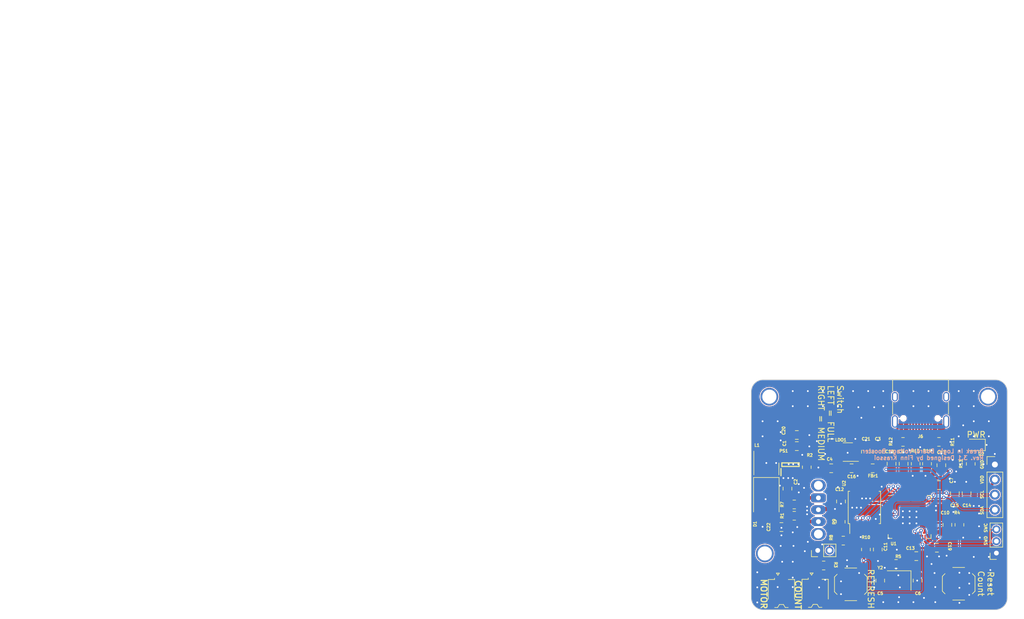
<source format=kicad_pcb>
(kicad_pcb (version 20221018) (generator pcbnew)
  (layers (0 "F.Cu" signal) (31 "B.Cu" signal) (34 "B.Paste" user) (35 "F.Paste" user) (36 "B.SilkS" user "B.Silkscreen") (37 "F.SilkS" user "F.Silkscreen") (38 "B.Mask" user) (39 "F.Mask" user) (44 "Edge.Cuts" user))
  (net 0 "")
  (net 1 "GND")
  (net 2 "/VOUT")
  (net 3 "VCC")
  (net 4 "/SCL")
  (net 5 "+3.3V")
  (net 6 "/SDA")
  (net 7 "Net-(LDO1-CONTROL)")
  (net 8 "/SW")
  (net 9 "Net-(D2-A)")
  (net 10 "/9V")
  (net 11 "/12V")
  (net 12 "Net-(J6-CC1)")
  (net 13 "D+")
  (net 14 "D-")
  (net 16 "Net-(J6-CC2)")
  (net 30 "QSPI_SS")
  (net 31 "/Reset")
  (net 33 "/SWD")
  (net 35 "/XIN")
  (net 36 "/XOUT")
  (net 37 "QSPI_SD1")
  (net 38 "QSPI_SD2")
  (net 39 "QSPI_SD0")
  (net 40 "QSPI_SCLK")
  (net 41 "QSPI_SD3")
  (net 42 "+1V1")
  (net 44 "/FB")
  (net 46 "/RUN")
  (net 49 "/SWCLK")
  (net 57 "Net-(U1-XOUT)")
  (net 61 "/BOOT")
  (net 62 "/C-SW")
  (net 63 "/USB_D+")
  (net 64 "/USB_D-")
  (net 65 "unconnected-(J6-SHIELD-PadS1)")
  (footprint "Capacitor_SMD:C_0805_2012Metric" (layer "F.Cu") (at 139.954 78.613)
    (fp_text reference "C4")
    (fp_text value "22uF")
  )
  (footprint "Resistor_SMD:R_0805_2012Metric" (layer "F.Cu") (at 133.731 86.614)
    (fp_text reference "R1")
    (fp_text value "31k")
  )
  (footprint "Resistor_SMD:R_0805_2012Metric" (layer "F.Cu") (at 158.0915 74.168)
    (fp_text reference "R11")
    (fp_text value "5K1")
  )
  (footprint "Inductor_SMD_Wurth:L_Wurth_WE-LQSH-4020" (layer "F.Cu") (at 129.032 77.724 -90)
    (fp_text reference "L1")
    (fp_text value "22uH")
  )
  (footprint "Resistor_SMD:R_0805_2012Metric" (layer "F.Cu") (at 141.55 87.63 -90)
    (fp_text reference "R9")
    (fp_text value "10K")
  )
  (footprint "Resistor_SMD:R_0805_2012Metric" (layer "F.Cu") (at 156.083 77.851 90)
    (fp_text reference "R14")
    (fp_text value "27Ohm")
  )
  (footprint "LED_SMD:LED_0805_2012Metric" (layer "F.Cu") (at 164.211 74.676 180)
    (fp_text reference "D2")
    (fp_text value "LED")
  )
  (footprint "Resistor_SMD:R_0805_2012Metric" (layer "F.Cu") (at 145.8 92.3 -90)
    (fp_text reference "R10")
    (fp_text value "10k")
  )
  (footprint "Personalised:SDB628" (layer "F.Cu") (at 133.096 78.0034 90)
    (fp_text reference "PS1")
    (fp_text value "SDB628" hide)
  )
  (footprint "Personalised:M2_Screw_PTH" (layer "F.Cu") (at 129.54 66.548)
    (fp_text reference "H1" hide)
    (fp_text value "MountingHole")
  )
  (footprint "Personalised:SW_SPST_TL3342" (layer "F.Cu") (at 161.417 98.069 90)
    (fp_text reference "SW3" hide)
    (fp_text value "SW_Push")
  )
  (footprint "Capacitor_SMD:C_0805_2012Metric" (layer "F.Cu") (at 154.5 97.536 90)
    (fp_text reference "C6")
    (fp_text value "22pF")
  )
  (footprint "Capacitor_SMD:C_0805_2012Metric" (layer "F.Cu") (at 150.114 77.851 90)
    (fp_text reference "C18")
    (fp_text value "0.1uF")
  )
  (footprint "Personalised:Display_128x64_096_I2C" (layer "F.Cu") (at 167.513 81.788 -90)
    (fp_text reference "Brd1" hide)
    (fp_text value "SSD1306")
  )
  (footprint "Diode_SMD:D_SMB" (layer "F.Cu") (at 129.032 83.82 -90)
    (fp_text reference "D1")
    (fp_text value "SS34B-HF")
  )
  (footprint "Resistor_SMD:R_0805_2012Metric" (layer "F.Cu") (at 163.449 77.8745 90)
    (fp_text reference "R13")
    (fp_text value "5K1")
  )
  (footprint "Capacitor_SMD:C_0805_2012Metric" (layer "F.Cu") (at 134.1628 74.8792 180)
    (fp_text reference "C1")
    (fp_text value "22uF")
  )
  (footprint "Package_DFN_QFN:QFN-56-1EP_7x7mm_P0.4mm_EP3.2x3.2mm" (layer "F.Cu") (at 153.1535 86.814)
    (fp_text reference "U1")
    (fp_text value "RP2040")
  )
  (footprint "Button_Switch_THT:SW_Slide_1P2T_CK_OS102011MS2Q" (layer "F.Cu") (at 137.795 83.598 -90)
    (fp_text reference "SW1" hide)
    (fp_text value "SW_SPDT")
  )
  (footprint "Capacitor_SMD:C_0805_2012Metric" (layer "F.Cu") (at 143.383 78.613)
    (fp_text reference "C16")
    (fp_text value "0.1uF")
  )
  (footprint "Capacitor_SMD:C_0805_2012Metric" (layer "F.Cu") (at 148.209 97.536 90)
    (fp_text reference "C5")
    (fp_text value "22pF")
  )
  (footprint "Personalised:M2_Screw_PTH" (layer "F.Cu") (at 128.778 92.964)
    (fp_text reference "H3" hide)
    (fp_text value "MountingHole")
  )
  (footprint "Package_SO:SOIC-8_5.23x5.23mm_P1.27mm" (layer "F.Cu") (at 145.542 85.217 90)
    (fp_text reference "U2")
    (fp_text value "W25Q32JVSS")
  )
  (footprint "Capacitor_SMD:C_0805_2012Metric" (layer "F.Cu") (at 162.75 82.825 90)
    (fp_text reference "C14")
    (fp_text value "0.1uF")
  )
  (footprint "Connector_PinSocket_2.00mm:PinSocket_1x03_P2.00mm_Vertical" (layer "F.Cu") (at 167.767 92.9 180)
    (fp_text reference "J2" hide)
    (fp_text value "Conn_01x03")
  )
  (footprint "Personalised:USB_C_Receptacle_HRO_TYPE-C-31-M-12" (layer "F.Cu") (at 154.997 67.6 180)
    (fp_text reference "J6")
    (fp_text value "USB_C_Receptacle_USB2.0")
  )
  (footprint "Resistor_SMD:R_0805_2012Metric" (layer "F.Cu") (at 135.8392 78.4352 -90)
    (fp_text reference "R2")
    (fp_text value "2K2")
  )
  (footprint "Capacitor_SMD:C_0805_2012Metric" (layer "F.Cu") (at 158.5 78.1 90)
    (fp_text reference "C17")
    (fp_text value "1uF")
  )
  (footprint "Capacitor_SMD:C_0805_2012Metric" (layer "F.Cu") (at 160.775 82.825 90)
    (fp_text reference "C15")
    (fp_text value "0.1uF")
  )
  (footprint "Resistor_SMD:R_0805_2012Metric" (layer "F.Cu") (at 161.544 88.138 -90)
    (fp_text reference "R4")
    (fp_text value "10k")
  )
  (footprint "Capacitor_SMD:C_0805_2012Metric" (layer "F.Cu") (at 158.1 81.45)
    (fp_text reference "C7")
    (fp_text value "1uF")
  )
  (footprint "Personalised:M2_Screw_PTH" (layer "F.Cu") (at 166.37 66.548)
    (fp_text reference "H2" hide)
    (fp_text value "MountingHole")
  )
  (footprint "Resistor_SMD:R_0805_2012Metric" (layer "F.Cu") (at 133.731 84.709)
    (fp_text reference "R7")
    (fp_text value "42k")
  )
  (footprint "Capacitor_SMD:C_0805_2012Metric" (layer "F.Cu") (at 147.8 92.3 -90)
    (fp_text reference "C11")
    (fp_text value "0.1uF")
  )
  (footprint "Capacitor_SMD:C_0805_2012Metric" (layer "F.Cu") (at 145.796 75.819 -90)
    (fp_text reference "C21")
    (fp_text value "22uF")
  )
  (footprint "Capacitor_SMD:C_0805_2012Metric" (layer "F.Cu") (at 146.939 78.613 180)
    (fp_text reference "FBr1")
    (fp_text value "FerriteBead")
  )
  (footprint "Capacitor_SMD:C_0805_2012Metric" (layer "F.Cu") (at 152.146 77.851 90)
    (fp_text reference "C9")
    (fp_text value "0.1uF")
  )
  (footprint "Capacitor_SMD:C_0805_2012Metric" (layer "F.Cu") (at 154.28 93.42)
    (fp_text reference "C13")
    (fp_text value "0.1uF")
  )
  (footprint "Connector_PinHeader_2.00mm:PinHeader_1x02_P2.00mm_Vertical" (layer "F.Cu") (at 137.684 92.456 90)
    (fp_text reference "SW2" hide)
    (fp_text value "SW_Push")
  )
  (footprint "Personalised:SW_SPST_TL3342" (layer "F.Cu") (at 143.256 98.171 90)
    (fp_text reference "J1" hide)
    (fp_text value "RESET")
  )
  (footprint "Capacitor_SMD:C_0805_2012Metric" (layer "F.Cu") (at 141.605 84.201 -90)
    (fp_text reference "C12")
    (fp_text value "0.1uF")
  )
  (footprint "Connector_Molex:Molex_Pico-EZmate_78171-0002_1x02-1MP_P1.20mm_Vertical" (layer "F.Cu") (at 137.252 99.411)
    (fp_text reference "J4" hide)
    (fp_text value "Conn_01x02")
  )
  (footprint "Connector_Molex:Molex_Pico-EZmate_78171-0002_1x02-1MP_P1.20mm_Vertical" (layer "F.Cu") (at 131.572 99.441)
    (fp_text reference "OUTPUT1" hide)
    (fp_text value "OUTPUT")
  )
  (footprint "Resistor_SMD:R_0805_2012Metric" (layer "F.Cu") (at 150.876 94.742 180)
    (fp_text reference "R5")
    (fp_text value "1k")
  )
  (footprint "Capacitor_SMD:C_0805_2012Metric" (layer "F.Cu") (at 134.1628 73.0022 180)
    (fp_text reference "C20")
    (fp_text value "22uF")
  )
  (footprint "Capacitor_SMD:C_0805_2012Metric" (layer "F.Cu") (at 157.75 92)
    (fp_text reference "C19")
    (fp_text value "0.1uF")
  )
  (footprint "Crystal:Crystal_SMD_3225-4Pin_3.2x2.5mm" (layer "F.Cu") (at 151.384 97.536 180)
    (fp_text reference "Y2")
    (fp_text value "12MHz")
  )
  (footprint "Capacitor_SMD:C_0805_2012Metric" (layer "F.Cu") (at 159.512 88.138 -90)
    (fp_text reference "C10")
    (fp_text value "0.1uF")
  )
  (footprint "Capacitor_SMD:C_0805_2012Metric" (layer "F.Cu") (at 131.572 88.519)
    (fp_text reference "C22")
    (fp_text value "22uF")
  )
  (footprint "Resistor_SMD:R_0805_2012Metric" (layer "F.Cu") (at 154.178 77.851 90)
    (fp_text reference "R15")
    (fp_text value "27Ohm")
  )
  (footprint "Resistor_SMD:R_0805_2012Metric" (layer "F.Cu") (at 138.684 94.996 180)
    (fp_text reference "R3")
    (fp_text value "10k")
  )
  (footprint "Capacitor_SMD:C_0805_2012Metric" (layer "F.Cu") (at 132.588 82.042 -90)
    (fp_text reference "C2")
    (fp_text value "22uF")
  )
  (footprint "Resistor_SMD:R_0805_2012Metric" (layer "F.Cu") (at 152.0425 74.168 180)
    (fp_text reference "R12")
    (fp_text value "5K1")
  )
  (footprint "Resistor_SMD:R_0805_2012Metric" (layer "F.Cu") (at 141.986 90.805)
    (fp_text reference "R8")
    (fp_text value "1k")
  )
  (footprint "Capacitor_SMD:C_0805_2012Metric" (layer "F.Cu") (at 147.828 75.819 -90)
    (fp_text reference "C3")
    (fp_text value "22uF")
  )
  (footprint "Package_TO_SOT_SMD:SOT-23-5" (layer "F.Cu") (at 142.7535 75.885 180)
    (fp_text reference "LDO1")
    (fp_text value "TCR2EF33,LM_CT")
  )
  (gr_arc (start 167.6 63.7) (mid 169.014214 64.285786) (end 169.6 65.7) (stroke (width 0.1)) (layer "Edge.Cuts"))
  (gr_line (start 169.6 65.7) (end 169.6 100.45) (stroke (width 0.1)) (layer "Edge.Cuts"))
  (gr_line (start 167.6 102.45) (end 128.492 102.45) (stroke (width 0.1)) (layer "Edge.Cuts"))
  (gr_line (start 126.492 100.45) (end 126.492 65.7) (stroke (width 0.1)) (layer "Edge.Cuts"))
  (gr_line (start 128.492 63.7) (end 167.6 63.7) (stroke (width 0.1)) (layer "Edge.Cuts"))
  (gr_arc (start 126.492 65.7) (mid 127.077787 64.285791) (end 128.492 63.7) (stroke (width 0.1)) (layer "Edge.Cuts"))
  (gr_arc (start 128.492 102.45) (mid 127.077777 101.864219) (end 126.492 100.45) (stroke (width 0.1)) (layer "Edge.Cuts"))
  (gr_arc (start 169.6 100.45) (mid 169.014214 101.864214) (end 167.6 102.45) (stroke (width 0.1)) (layer "Edge.Cuts"))
  (gr_text locked "Break In Logic Board/Voltage Booster\nRev. 3.1 Designed by Finn Krassoi \n" (at 165.7096 77.2668) (layer "B.SilkS") (effects (font (size 0.7 0.7)) (justify left bottom mirror)))
  (gr_text "SWC\n" (at 165.989 88.646 90) (layer "F.SilkS") (effects (font (size 0.5 0.5) (thickness 0.125))))
  (gr_text "Reset\nCount" (at 164.592 98.044 270) (layer "F.SilkS") (effects (font (size 1 1)) (justify bottom)))
  (gr_text "COUNT" (at 133.782 97.351 270) (layer "F.SilkS") (effects (font (size 1 1) (thickness 0.2) bold) (justify left bottom)))
  (gr_text "PWR\n" (at 162.687 73.533) (layer "F.SilkS") (effects (font (size 1 1)) (justify left bottom)))
  (gr_text "REFRESH\n" (at 146.05 95.504 -90) (layer "F.SilkS") (effects (font (size 1 1)) (justify left bottom)))
  (gr_text "SWD\n" (at 165.989 90.805 90) (layer "F.SilkS") (effects (font (size 0.5 0.5) (thickness 0.125))))
  (gr_text "Switch \nLEFT = FULL \nRIGHT = MEDIUM" (at 137.668 64.516 -90) (layer "F.SilkS") (effects (font (size 1 1)) (justify left bottom)))
  (gr_text "MOTOR" (at 128.016 97.155 -90) (layer "F.SilkS") (effects (font (size 1 1) (thickness 0.2) bold) (justify left bottom)))
  (segment (start 135.1128 76.7963) (end 135.8392 77.5227) (width 0.4) (layer "F.Cu") (net 1))
  (segment (start 135.0772 76.3524) (end 135.1128 76.388) (width 0.4) (layer "F.Cu") (net 1))
  (segment (start 132.7912 77.9272) (end 133.254707 77.9272) (width 0.4) (layer "F.Cu") (net 1))
  (segment (start 133.5532 77.9272) (end 134.4168 77.9272) (width 0.4) (layer "F.Cu") (net 1))
  (segment (start 134.4168 77.9272) (end 135.4347 77.9272) (width 0.4) (layer "F.Cu") (net 1))
  (segment (start 147.315 88.77) (end 147.315 89.435) (width 0.2) (layer "F.Cu") (net 1))
  (segment (start 135.1128 74.8792) (end 135.1128 76.3168) (width 0.4) (layer "F.Cu") (net 1))
  (segment (start 147.455 87.155) (end 147.45 87.15) (width 0.4) (layer "F.Cu") (net 1))
  (segment (start 133.254707 77.9272) (end 133.5532 77.9272) (width 0.4) (layer "F.Cu") (net 1))
  (segment (start 135.1128 76.388) (end 135.1128 76.7963) (width 0.4) (layer "F.Cu") (net 1))
  (segment (start 135.4347 77.9272) (end 135.8392 77.5227) (width 0.4) (layer "F.Cu") (net 1))
  (segment (start 133.096 78.085907) (end 132.7912 77.9272) (width 0.4) (layer "F.Cu") (net 1))
  (segment (start 135.1128 76.3168) (end 135.0772 76.3524) (width 0.4) (layer "F.Cu") (net 1))
  (segment (start 135.1128 73.0022) (end 135.1128 74.8792) (width 0.4) (layer "F.Cu") (net 1))
  (via (at 131.572 88.646) (size 0.6) (drill 0.3) (layers "F.Cu" "B.Cu") (net 1))
  (via (at 141.097 65.6082) (size 0.6) (drill 0.3) (layers "F.Cu" "B.Cu") (net 1))
  (via (at 138.938 97.409) (size 0.6) (drill 0.3) (layers "F.Cu" "B.Cu") (net 1))
  (via (at 147.193 98.679) (size 0.6) (drill 0.3) (layers "F.Cu" "B.Cu") (net 1))
  (via (at 154.305 86.868) (size 0.6) (drill 0.3) (layers "F.Cu" "B.Cu") (net 1))
  (via (at 159.385 93.345) (size 0.6) (drill 0.3) (layers "F.Cu" "B.Cu") (net 1))
  (via (at 141.605 84.582) (size 0.6) (drill 0.3) (layers "F.Cu" "B.Cu") (net 1))
  (via (at 166.751 98.298) (size 0.6) (drill 0.3) (layers "F.Cu" "B.Cu") (net 1))
  (via (at 157.353 96.266) (size 0.6) (drill 0.3) (layers "F.Cu" "B.Cu") (net 1))
  (via (at 144.907 90.2) (size 0.6) (drill 0.3) (layers "F.Cu" "B.Cu") (net 1))
  (via (at 166.116 74.676) (size 0.6) (drill 0.3) (layers "F.Cu" "B.Cu") (net 1))
  (via (at 140.081 73.66) (size 0.6) (drill 0.3) (layers "F.Cu" "B.Cu") (net 1))
  (via (at 153.162 75.565) (size 0.6) (drill 0.3) (layers "F.Cu" "B.Cu") (net 1))
  (via (at 148.1328 86.4108) (size 0.6) (drill 0.3) (layers "F.Cu" "B.Cu") (net 1))
  (via (at 162.179 90.297) (size 0.6) (drill 0.3) (layers "F.Cu" "B.Cu") (net 1))
  (via (at 131.572 89.916) (size 0.6) (drill 0.3) (layers "F.Cu" "B.Cu") (net 1))
  (via (at 137.541 74.041) (size 0.6) (drill 0.3) (layers "F.Cu" "B.Cu") (net 1))
  (via (at 144.399 79.883) (size 0.6) (drill 0.3) (layers "F.Cu" "B.Cu") (net 1))
  (via (at 155.829 79.883) (size 0.6) (drill 0.3) (layers "F.Cu" "B.Cu") (net 1))
  (via (at 138.43 91.44) (size 0.6) (drill 0.3) (layers "F.Cu" "B.Cu") (net 1))
  (via (at 161.417 73.2282) (size 0.6) (drill 0.3) (layers "F.Cu" "B.Cu") (net 1))
  (via (at 166.497 93.5482) (size 0.6) (drill 0.3) (layers "F.Cu" "B.Cu") (net 1))
  (via (at 160.528 85.979) (size 0.6) (drill 0.3) (layers "F.Cu" "B.Cu") (net 1))
  (via (at 128.905 83.82) (size 0.6) (drill 0.3) (layers "F.Cu" "B.Cu") (net 1))
  (via (at 144.018 73.66) (size 0.6) (drill 0.3) (layers "F.Cu" "B.Cu") (net 1))
  (via (at 148.45 81.71) (size 0.6) (drill 0.3) (layers "F.Cu" "B.Cu") (net 1))
  (via (at 147.45 87.15) (size 0.6) (drill 0.3) (layers "F.Cu" "B.Cu") (net 1))
  (via (at 131.445 72.517) (size 0.6) (drill 0.3) (layers "F.Cu" "B.Cu") (net 1))
  (via (at 152.146 75.946) (size 0.6) (drill 0.3) (layers "F.Cu" "B.Cu") (net 1))
  (via (at 127.508 98.679) (size 0.6) (drill 0.3) (layers "F.Cu" "B.Cu") (net 1))
  (via (at 148.717 65.6082) (size 0.6) (drill 0.3) (layers "F.Cu" "B.Cu") (net 1))
  (via (at 148.971 95.377) (size 0.6) (drill 0.3) (layers "F.Cu" "B.Cu") (net 1))
  (via (at 163.946 84.963) (size 0.6) (drill 0.3) (layers "F.Cu" "B.Cu") (net 1))
  (via (at 165.608 77.9272) (size 0.6) (drill 0.3) (layers "F.Cu" "B.Cu") (net 1))
  (via (at 153.1535 86.852) (size 0.6) (drill 0.3) (layers "F.Cu" "B.Cu") (net 1))
  (via (at 163.957 70.6882) (size 0.6) (drill 0.3) (layers "F.Cu" "B.Cu") (net 1))
  (via (at 143.49 85.25) (size 0.6) (drill 0.3) (layers "F.Cu" "B.Cu") (net 1))
  (via (at 136.271 73.025) (size 0.6) (drill 0.3) (layers "F.Cu" "B.Cu") (net 1))
  (via (at 137.922 98.679) (size 0.6) (drill 0.3) (layers "F.Cu" "B.Cu") (net 1))
  (via (at 151.384 100.33) (size 0.6) (drill 0.3) (layers "F.Cu" "B.Cu") (net 1))
  (via (at 159.893 80.391) (size 0.6) (drill 0.3) (layers "F.Cu" "B.Cu") (net 1))
  (via (at 164.846 86.233) (size 0.6) (drill 0.3) (layers "F.Cu" "B.Cu") (net 1))
  (via (at 131.699 94.361) (size 0.6) (drill 0.3) (layers "F.Cu" "B.Cu") (net 1))
  (via (at 147.828 73.914) (size 0.6) (drill 0.3) (layers "F.Cu" "B.Cu") (net 1))
  (via (at 142.621 95.123) (size 0.6) (drill 0.3) (layers "F.Cu" "B.Cu") (net 1))
  (via (at 156.083 93.472) (size 0.6) (drill 0.3) (layers "F.Cu" "B.Cu") (net 1))
  (via (at 145.034 70.104) (size 0.6) (drill 0.3) (layers "F.Cu" "B.Cu") (net 1))
  (via (at 146.5 83.7) (size 0.6) (drill 0.3) (layers "F.Cu" "B.Cu") (net 1))
  (via (at 133.604 91.694) (size 0.6) (drill 0.3) (layers "F.Cu" "B.Cu") (net 1))
  (via (at 154.94 75.057) (size 0.6) (drill 0.3) (layers "F.Cu" "B.Cu") (net 1))
  (via (at 128.397 70.6882) (size 0.6) (drill 0.3) (layers "F.Cu" "B.Cu") (net 1))
  (via (at 133.477 97.028) (size 0.6) (drill 0.3) (layers "F.Cu" "B.Cu") (net 1))
  (via (at 136.271 74.93) (size 0.6) (drill 0.3) (layers "F.Cu" "B.Cu") (net 1))
  (via (at 144.97 85.25) (size 0.6) (drill 0.3) (layers "F.Cu" "B.Cu") (net 1))
  (via (at 133.477 89.408) (size 0.6) (drill 0.3) (layers "F.Cu" "B.Cu") (net 1))
  (via (at 153.797 68.1482) (size 0.6) (drill 0.3) (layers "F.Cu" "B.Cu") (net 1))
  (via (at 130.937 98.6282) (size 0.6) (drill 0.3) (layers "F.Cu" "B.Cu") (net 1))
  (via (at 127.508 96.139) (size 0.6) (drill 0.3) (layers "F.Cu" "B.Cu") (net 1))
  (via (at 166.751 95.758) (size 0.6) (drill 0.3) (layers "F.Cu" "B.Cu") (net 1))
  (via (at 144.25 85.25) (size 0.6) (drill 0.3) (layers "F.Cu" "B.Cu") (net 1))
  (via (at 141.605 99.822) (size 0.6) (drill 0.3) (layers "F.Cu" "B.Cu") (net 1))
  (via (at 145.15 83.7) (size 0.6) (drill 0.3) (layers "F.Cu" "B.Cu") (net 1))
  (via (at 142.72 76) (size 0.6) (drill 0.3) (layers "F.Cu" "B.Cu") (net 1))
  (via (at 161.671 77.978) (size 0.6) (drill 0.3) (layers "F.Cu" "B.Cu") (net 1))
  (via (at 144.526 68.326) (size 0.6) (drill 0.3) (layers "F.Cu" "B.Cu") (net 1))
  (via (at 152.019 86.852) (size 0.6) (drill 0.3) (layers "F.Cu" "B.Cu") (net 1))
  (via (at 129.032 77.724) (size 0.6) (drill 0.3) (layers "F.Cu" "B.Cu") (net 1))
  (via (at 151.511 98.679) (size 0.6) (drill 0.3) (layers "F.Cu" "B.Cu") (net 1))
  (via (at 157.48 98.6282) (size 0.6) (drill 0.3) (layers "F.Cu" "B.Cu") (net 1))
  (via (at 127.508 101.219) (size 0.6) (drill 0.3) (layers "F.Cu" "B.Cu") (net 1))
  (via (at 136.017 65.6082) (size 0.6) (drill 0.3) (layers "F.Cu" "B.Cu") (net 1))
  (via (at 128.397 73.2282) (size 0.6) (drill 0.3) (layers "F.Cu" "B.Cu") (net 1))
  (via (at 167.5 76.2) (size 0.6) (drill 0.3) (layers "F.Cu" "B.Cu") (net 1))
  (via (at 150.114 74.168) (size 0.6) (drill 0.3) (layers "F.Cu" "B.Cu") (net 1))
  (via (at 156.337 68.1482) (size 0.6) (drill 0.3) (layers "F.Cu" "B.Cu") (net 1))
  (via (at 133.477 80.264) (size 0.6) (drill 0.3) (layers "F.Cu" "B.Cu") (net 1))
  (via (at 131.445 91.694) (size 0.6) (drill 0.3) (layers "F.Cu" "B.Cu") (net 1))
  (via (at 132.715 80.264) (size 0.6) (drill 0.3) (layers "F.Cu" "B.Cu") (net 1))
  (via (at 161.544 101.2952) (size 0.6) (drill 0.3) (layers "F.Cu" "B.Cu") (net 1))
  (via (at 143.637 65.6082) (size 0.6) (drill 0.3) (layers "F.Cu" "B.Cu") (net 1))
  (via (at 141.097 68.1482) (size 0.6) (drill 0.3) (layers "F.Cu" "B.Cu") (net 1))
  (via (at 150.114 75.946) (size 0.6) (drill 0.3) (layers "F.Cu" "B.Cu") (net 1))
  (via (at 163.957 65.6082) (size 0.6) (drill 0.3) (layers "F.Cu" "B.Cu") (net 1))
  (via (at 133.5532 77.9272) (size 0.6) (drill 0.3) (layers "F.Cu" "B.Cu") (net 1))
  (via (at 144.653 96.266) (size 0.6) (drill 0.3) (layers "F.Cu" "B.Cu") (net 1))
  (via (at 161 79.15) (size 0.6) (drill 0.3) (layers "F.Cu" "B.Cu") (net 1))
  (via (at 156.845 94.742) (size 0.6) (drill 0.3) (layers "F.Cu" "B.Cu") (net 1))
  (via (at 153.1535 85.852) (size 0.6) (drill 0.3) (layers "F.Cu" "B.Cu") (net 1))
  (via (at 153.797 65.6082) (size 0.6) (drill 0.3) (layers "F.Cu" "B.Cu") (net 1))
  (via (at 163.957 73.2282) (size 0.6) (drill 0.3) (layers "F.Cu" "B.Cu") (net 1))
  (via (at 154.305 85.9) (size 0.6) (drill 0.3) (layers "F.Cu" "B.Cu") (net 1))
  (via (at 153.162 87.9) (size 0.6) (drill 0.3) (layers "F.Cu" "B.Cu") (net 1))
  (via (at 149.6 90.4) (size 0.6) (drill 0.3) (layers "F.Cu" "B.Cu") (net 1))
  (via (at 140.589 85.471) (size 0.6) (drill 0.3) (layers "F.Cu" "B.Cu") (net 1))
  (via (at 138.938 76.2) (size 0.6) (drill 0.3) (layers "F.Cu" "B.Cu") (net 1))
  (via (at 151.257 101.1682) (size 0.6) (drill 0.3) (layers "F.Cu" "B.Cu") (net 1))
  (via (at 134.239 88.519) (size 0.6) (drill 0.3) (layers "F.Cu" "B.Cu") (net 1))
  (via (at 133.477 94.361) (size 0.6) (drill 0.3) (layers "F.Cu" "B.Cu") (net 1))
  (via (at 153.797 101.1682) (size 0.6) (drill 0.3) (layers "F.Cu" "B.Cu") (net 1))
  (via (at 162.687 80.899) (size 0.6) (drill 0.3) (layers "F.Cu" "B.Cu") (net 1))
  (via (at 157.48 101.1682) (size 0.6) (drill 0.3) (layers "F.Cu" "B.Cu") (net 1))
  (via (at 152.019 87.884) (size 0.6) (drill 0.3) (layers "F.Cu" "B.Cu") (net 1))
  (via (at 160.528 85.09) (size 0.6) (drill 0.3) (layers "F.Cu" "B.Cu") (net 1))
  (via (at 166.497 73.2282) (size 0.6) (drill 0.3) (layers "F.Cu" "B.Cu") (net 1))
  (via (at 158.5 76.1492) (size 0.6) (drill 0.3) (layers "F.Cu" "B.Cu") (net 1))
  (via (at 147.193 68.326) (size 0.6) (drill 0.3) (layers "F.Cu" "B.Cu") (net 1))
  (via (at 148.717 101.1682) (size 0.6) (drill 0.3) (layers "F.Cu" "B.Cu") (net 1))
  (via (at 134.493 82.677) (size 0.6) (drill 0.3) (layers "F.Cu" "B.Cu") (net 1))
  (via (at 133.477 68.1482) (size 0.6) (drill 0.3) (layers "F.Cu" "B.Cu") (net 1))
  (via (at 154.432 97.536) (size 0.6) (drill 0.3) (layers "F.Cu" "B.Cu") (net 1))
  (via (at 130.683 77.724) (size 0.6) (drill 0.3) (layers "F.Cu" "B.Cu") (net 1))
  (via (at 158.115 93.472) (size 0.6) (drill 0.3) (layers "F.Cu" "B.Cu") (net 1))
  (via (at 153.67 79.883) (size 0.6) (drill 0.3) (layers "F.Cu" "B.Cu") (net 1))
  (via (at 141.097 81.788) (size 0.6) (drill 0.3) (layers "F.Cu" "B.Cu") (net 1))
  (via (at 134.4168 77.9272) (size 0.6) (drill 0.3) (layers "F.Cu" "B.Cu") (net 1))
  (via (at 156.337 65.6082) (size 0.6) (drill 0.3) (layers "F.Cu" "B.Cu") (net 1))
  (via (at 164.973 90.297) (size 0.6) (drill 0.3) (layers "F.Cu" "B.Cu") (net 1))
  (via (at 135.89 85.725) (size 0.6) (drill 0.3) (layers "F.Cu" "B.Cu") (net 1))
  (via (at 164.846 84.963) (size 0.6) (drill 0.3) (layers "F.Cu" "B.Cu") (net 1))
  (via (at 134.493 81.28) (size 0.6) (drill 0.3) (layers "F.Cu" "B.Cu") (net 1))
  (via (at 141.605 97.663) (size 0.6) (drill 0.3) (layers "F.Cu" "B.Cu") (net 1))
  (via (at 145.796 73.914) (size 0.6) (drill 0.3) (layers "F.Cu" "B.Cu") (net 1))
  (via (at 157.5925 84.963) (size 0.6) (drill 0.3) (layers "F.Cu" "B.Cu") (net 1))
  (via (at 163.957 68.1482) (size 0.6) (drill 0.3) (layers "F.Cu" "B.Cu") (net 1))
  (via (at 131.91067 80.264998) (size 0.6) (drill 0.3) (layers "F.Cu" "B.Cu") (net 1))
  (via (at 160.782 80.899) (size 0.6) (drill 0.3) (layers "F.Cu" "B.Cu") (net 1))
  (via (at 156.845 75.565) (size 0.6) (drill 0.3) (layers "F.Cu" "B.Cu") (net 1))
  (via (at 160.401 77.216) (size 0.6) (drill 0.3) (layers "F.Cu" "B.Cu") (net 1))
  (via (at 138.557 65.6082) (size 0.6) (drill 0.3) (layers "F.Cu" "B.Cu") (net 1))
  (via (at 145.82 83.7) (size 0.6) (drill 0.3) (layers "F.Cu" "B.Cu") (net 1))
  (via (at 130.937 70.6882) (size 0.6) (drill 0.3) (layers "F.Cu" "B.Cu") (net 1))
  (via (at 128.397 88.4682) (size 0.6) (drill 0.3) (layers "F.Cu" "B.Cu") (net 1))
  (via (at 147.193 97.536) (size 0.6) (drill 0.3) (layers "F.Cu" "B.Cu") (net 1))
  (via (at 161.544 75.692) (size 0.6) (drill 0.3) (layers "F.Cu" "B.Cu") (net 1))
  (via (at 166.497 70.6882) (size 0.6) (drill 0.3) (layers "F.Cu" "B.Cu") (net 1))
  (via (at 161.544 96.2152) (size 0.6) (drill 0.3) (layers "F.Cu" "B.Cu") (net 1))
  (via (at 135.89 86.36) (size 0.6) (drill 0.3) (layers "F.Cu" "B.Cu") (net 1))
  (via (at 162.179 71.374) (size 0.6) (drill 0.3) (layers "F.Cu" "B.Cu") (net 1))
  (via (at 138.557 68.1482) (size 0.6) (drill 0.3) (layers "F.Cu" "B.Cu") (net 1))
  (via (at 136.017 68.1482) (size 0.6) (drill 0.3) (layers "F.Cu" "B.Cu") (net 1))
  (via (at 146.177 65.6082) (size 0.6) (drill 0.3) (layers "F.Cu" "B.Cu") (net 1))
  (via (at 164.846 88.392) (size 0.6) (drill 0.3) (layers "F.Cu" "B.Cu") (net 1))
  (via (at 155.575 100.457) (size 0.6) (drill 0.3) (layers "F.Cu" "B.Cu") (net 1))
  (via (at 131.318 81.534) (size 0.6) (drill 0.3) (layers "F.Cu" "B.Cu") (net 1))
  (via (at 151.003 92.329) (size 0.6) (drill 0.3) (layers "F.Cu" "B.Cu") (net 1))
  (via (at 148.717 68.1482) (size 0.6) (drill 0.3) (layers "F.Cu" "B.Cu") (net 1))
  (via (at 163.957 93.5482) (size 0.6) (drill 0.3) (layers "F.Cu" "B.Cu") (net 1))
  (via (at 163.195 96.266) (size 0.6) (drill 0.3) (layers "F.Cu" "B.Cu") (net 1))
  (via (at 157.5925 85.725) (size 0.6) (drill 0.3) (layers "F.Cu" "B.Cu") (net 1))
  (via (at 131.445 73.914) (size 0.6) (drill 0.3) (layers "F.Cu" "B.Cu") (net 1))
  (via (at 133.477 65.6082) (size 0.6) (drill 0.3) (layers "F.Cu" "B.Cu") (net 1))
  (via (at 163.195 98.044) (size 0.6) (drill 0.3) (layers "F.Cu" "B.Cu") (net 1))
  (via (at 147.828 94.234) (size 0.6) (drill 0.3) (layers "F.Cu" "B.Cu") (net 1))
  (via (at 135.0772 76.3524) (size 0.6) (drill 0.3) (layers "F.Cu" "B.Cu") (net 1))
  (via (at 136.017 91.0082) (size 0.6) (drill 0.3) (layers "F.Cu" "B.Cu") (net 1))
  (via (at 133.477 98.6282) (size 0.6) (drill 0.3) (layers "F.Cu" "B.Cu") (net 1))
  (via (at 150.876 95.504) (size 0.6) (drill 0.3) (layers "F.Cu" "B.Cu") (net 1))
  (via (at 152.019 85.852) (size 0.6) (drill 0.3) (layers "F.Cu" "B.Cu") (net 1))
  (via (at 137.795 78.486) (size 0.6) (drill 0.3) (layers "F.Cu" "B.Cu") (net 1))
  (via (at 135.89 85.09) (size 0.6) (drill 0.3) (layers "F.Cu" "B.Cu") (net 1))
  (via (at 160.02 74.168) (size 0.6) (drill 0.3) (layers "F.Cu" "B.Cu") (net 1))
  (via (at 132.7912 77.9272) (size 0.6) (drill 0.3) (layers "F.Cu" "B.Cu") (net 1))
  (via (at 161.544 98.7552) (size 0.6) (drill 0.3) (layers "F.Cu" "B.Cu") (net 1))
  (via (at 135.382 81.915) (size 0.6) (drill 0.3) (layers "F.Cu" "B.Cu") (net 1))
  (via (at 163.195 99.949) (size 0.6) (drill 0.3) (layers "F.Cu" "B.Cu") (net 1))
  (via (at 161.417 65.6082) (size 0.6) (drill 0.3) (layers "F.Cu" "B.Cu") (net 1))
  (via (at 151.257 96.647) (size 0.6) (drill 0.3) (layers "F.Cu" "B.Cu") (net 1))
  (via (at 142.621 94.107) (size 0.6) (drill 0.3) (layers "F.Cu" "B.Cu") (net 1))
  (via (at 161.417 68.1482) (size 0.6) (drill 0.3) (layers "F.Cu" "B.Cu") (net 1))
  (via (at 154.305 87.9) (size 0.6) (drill 0.3) (layers "F.Cu" "B.Cu") (net 1))
  (via (at 135.509 92.583) (size 0.6) (drill 0.3) (layers "F.Cu" "B.Cu") (net 1))
  (segment (start 130.937 96.318598) (end 130.937 97.481503) (width 0.8) (layer "F.Cu") (net 2))
  (segment (start 131.318 83.693) (end 129.868522 85.142478) (width 0.8) (layer "F.Cu") (net 2))
  (segment (start 131.67721 95.758) (end 131.597565 95.757999) (width 0.8) (layer "F.Cu") (net 2))
  (segment (start 130.319308 86.2584) (end 132.6032 86.2584) (width 0.8) (layer "F.Cu") (net 2))
  (segment (start 132.6032 86.2584) (end 132.6032 94.854094) (width 0.8) (layer "F.Cu") (net 2))
  (segment (start 131.72079 95.758) (end 131.67721 95.758) (width 0.8) (layer "F.Cu") (net 2))
  (segment (start 132.7912 83.3984) (end 132.029227 83.3984) (width 0.8) (layer "F.Cu") (net 2))
  (segment (start 131.064 96.012) (end 131.120325 95.955675) (width 0.8) (layer "F.Cu") (net 2))
  (arc (start 132.6032 94.854094) (mid 132.533237 95.20582) (end 132.334 95.504) (width 0.8) (layer "F.Cu") (net 2))
  (arc (start 132.334 95.504) (mid 132.052657 95.691987) (end 131.72079 95.758) (width 0.8) (layer "F.Cu") (net 2))
  (arc (start 132.029227 83.3984) (mid 131.644314 83.474964) (end 131.318 83.693) (width 0.8) (layer "F.Cu") (net 2))
  (arc (start 131.064 96.012) (mid 130.970006 96.152671) (end 130.937 96.318598) (width 0.8) (layer "F.Cu") (net 2))
  (arc (start 129.54 85.9356) (mid 129.89755 86.174508) (end 130.319308 86.2584) (width 0.8) (layer "F.Cu") (net 2))
  (arc (start 131.597565 95.757999) (mid 131.339285 95.809372) (end 131.120325 95.955675) (width 0.8) (layer "F.Cu") (net 2))
  (arc (start 130.937 97.481503) (mid 130.946096 97.527232) (end 130.972 97.566) (width 0.8) (layer "F.Cu") (net 2))
  (arc (start 129.868522 85.142478) (mid 129.62538 85.506365) (end 129.54 85.9356) (width 0.8) (layer "F.Cu") (net 2))
  (segment (start 149.223506 75.128444) (end 149.223506 72.978104) (width 0.5) (layer "F.Cu") (net 3))
  (segment (start 147.955 78.62) (end 147.955 77.11) (width 0.4) (layer "F.Cu") (net 3))
  (segment (start 133.2128 75.8952) (end 133.2128 76.0984) (width 0.4) (layer "F.Cu") (net 3))
  (segment (start 133.2128 73.0022) (end 133.2128 75.8952) (width 0.4) (layer "F.Cu") (net 3))
  (segment (start 148.844 75.946) (end 148.157472 76.632528) (width 0.5) (layer "F.Cu") (net 3))
  (segment (start 133.2128 75.8952) (end 133.121 75.8034) (width 0.4) (layer "F.Cu") (net 3))
  (segment (start 133.121 75.8034) (end 129.4534 75.8034) (width 0.4) (layer "F.Cu") (net 3))
  (segment (start 133.2128 76.0984) (end 133.2128 76.662) (width 0.4) (layer "F.Cu") (net 3))
  (segment (start 133.1214 76.7534) (end 134.0714 76.7534) (width 0.4) (layer "F.Cu") (net 3))
  (segment (start 129.4534 75.8034) (end 129.0828 76.174) (width 0.4) (layer "F.Cu") (net 3))
  (segment (start 133.2128 76.662) (end 133.1214 76.7534) (width 0.4) (layer "F.Cu") (net 3))
  (arc (start 149.223506 72.978104) (mid 149.232991 72.930423) (end 149.26 72.89) (width 0.5) (layer "F.Cu") (net 3))
  (arc (start 148.157472 76.632528) (mid 148.006309 76.733532) (end 147.828 76.769) (width 0.5) (layer "F.Cu") (net 3))
  (arc (start 149.223506 75.128444) (mid 149.10551 75.570784) (end 148.844 75.946) (width 0.5) (layer "F.Cu") (net 3))
  (segment (start 159.35 82.79) (end 158.000832 82.79) (width 0.2) (layer "F.Cu") (net 4))
  (segment (start 149.716 86.614) (end 150.626497 86.614) (width 0.2) (layer "F.Cu") (net 4))
  (via (at 159.35 82.79) (size 0.6) (drill 0.3) (layers "F.Cu" "B.Cu") (net 4))
  (via (at 150.759624 86.747127) (size 0.6) (drill 0.3) (layers "F.Cu" "B.Cu") (net 4))
  (via (at 157.18 83.13) (size 0.6) (drill 0.3) (layers "F.Cu" "B.Cu") (net 4))
  (arc (start 158.000832 82.79) (mid 157.556601 82.878363) (end 157.18 83.13) (width 0.2) (layer "F.Cu") (net 4))
  (arc (start 150.626497 86.614) (mid 150.720632 86.652992) (end 150.759624 86.747127) (width 0.2) (layer "F.Cu") (net 4))
  (segment (start 156.21 84.709) (end 156.749372 84.169628) (width 0.2) (layer "B.Cu") (net 4))
  (segment (start 151.13 86.614) (end 151.130447 86.613553) (width 0.2) (layer "B.Cu") (net 4))
  (segment (start 151.257 86.308028) (end 151.257 85.269605) (width 0.2) (layer "B.Cu") (net 4))
  (segment (start 160.14669 83.12) (end 167.5 83.12) (width 0.2) (layer "B.Cu") (net 4))
  (segment (start 150.759624 86.747127) (end 150.808603 86.747127) (width 0.2) (layer "B.Cu") (net 4))
  (segment (start 151.690605 84.836) (end 155.903395 84.836) (width 0.2) (layer "B.Cu") (net 4))
  (arc (start 159.35 82.79) (mid 159.715524 83.034236) (end 160.14669 83.12) (width 0.2) (layer "B.Cu") (net 4))
  (arc (start 151.257 85.269605) (mid 151.290006 85.103672) (end 151.384 84.963) (width 0.2) (layer "B.Cu") (net 4))
  (arc (start 150.808603 86.747127) (mid 150.982541 86.712529) (end 151.13 86.614) (width 0.2) (layer "B.Cu") (net 4))
  (arc (start 151.384 84.963) (mid 151.524671 84.869006) (end 151.690605 84.836) (width 0.2) (layer "B.Cu") (net 4))
  (arc (start 151.130447 86.613553) (mid 151.22411 86.473377) (end 151.257 86.308028) (width 0.2) (layer "B.Cu") (net 4))
  (arc (start 155.903395 84.836) (mid 156.069328 84.802994) (end 156.21 84.709) (width 0.2) (layer "B.Cu") (net 4))
  (arc (start 156.749372 84.169628) (mid 157.068084 83.692643) (end 157.18 83.13) (width 0.2) (layer "B.Cu") (net 4))
  (segment (start 159.512 87.188) (end 161.453467 87.188) (width 0.2) (layer "F.Cu") (net 5))
  (segment (start 164.846 83.439) (end 164.846 81.713605) (width 0.4) (layer "F.Cu") (net 5))
  (segment (start 158.516937 87.814) (end 156.591 87.814) (width 0.3) (layer "F.Cu") (net 5))
  (segment (start 140.96 78.5) (end 142.36 78.5) (width 0.4) (layer "F.Cu") (net 5))
  (segment (start 141.55 86.9875) (end 142.205502 86.9875) (width 0.3) (layer "F.Cu") (net 5))
  (segment (start 153.3535 83.3765) (end 153.3535 81.878347) (width 0.2) (layer "F.Cu") (net 5))
  (segment (start 156.591 87.814) (end 155.96661 87.814) (width 0.2) (layer "F.Cu") (net 5))
  (segment (start 141.986 93.472) (end 143.748592 91.709408) (width 0.4) (layer "F.Cu") (net 5))
  (segment (start 143.51 84.021395) (end 143.51 83.947) (width 0.4) (layer "F.Cu") (net 5))
  (segment (start 153.3535 90.2895) (end 153.3535 93.363266) (width 0.2) (layer "F.Cu") (net 5))
  (segment (start 153.3535 83.4145) (end 153.3535 82.954888) (width 0.2) (layer "F.Cu") (net 5))
  (segment (start 148.844 87.884) (end 148.844 84.462013) (width 0.4) (layer "F.Cu") (net 5))
  (segment (start 153.3535 84.050112) (end 153.3535 84.377846) (width 0.2) (layer "F.Cu") (net 5))
  (segment (start 153.3535 83.4145) (end 153.3535 84.050112) (width 0.2) (layer "F.Cu") (net 5))
  (segment (start 142.113 81.332605) (end 142.113 82.955062) (width 0.4) (layer "F.Cu") (net 5))
  (segment (start 141.403605 80.899) (end 141.679395 80.899) (width 0.4) (layer "F.Cu") (net 5))
  (segment (start 148.959254 87.814) (end 150.457 87.814) (width 0.2) (layer "F.Cu") (net 5))
  (segment (start 146.229605 90.043) (end 147.675479 90.043) (width 0.2) (layer "F.Cu") (net 5))
  (segment (start 149.716 84.214) (end 150.381 84.214) (width 0.2) (layer "F.Cu") (net 5))
  (segment (start 142.748 84.836) (end 143.472802 84.111198) (width 0.3) (layer "F.Cu") (net 5))
  (segment (start 143.420197 83.730197) (end 143.091803 83.401803) (width 0.4) (layer "F.Cu") (net 5))
  (segment (start 142.43 78.57) (end 142.43 78.59) (width 0.4) (layer "F.Cu") (net 5))
  (segment (start 147.9 89.95) (end 148.328312 89.95) (width 0.4) (layer "F.Cu") (net 5))
  (segment (start 142.36 78.5) (end 142.43 78.57) (width 0.4) (layer "F.Cu") (net 5))
  (segment (start 139.5965 94.996) (end 139.5965 94.102871) (width 0.4) (layer "F.Cu") (net 5))
  (segment (start 148.921254 87.852) (end 148.959254 87.814) (width 0.2) (layer "F.Cu") (net 5))
  (segment (start 153.3535 90.2895) (end 153.3535 89.690716) (width 0.2) (layer "F.Cu") (net 5))
  (segment (start 140.006605 93.726) (end 141.37279 93.726) (width 0.4) (layer "F.Cu") (net 5))
  (segment (start 149.716 84.214) (end 149.087905 84.214) (width 0.2) (layer "F.Cu") (net 5))
  (segment (start 152.146 78.963185) (end 152.146 78.801) (width 0.2) (layer "F.Cu") (net 5))
  (segment (start 148.844 89.482395) (end 148.844 87.884) (width 0.4) (layer "F.Cu") (net 5))
  (segment (start 140.96 78.5) (end 140.96 80.441253) (width 0.4) (layer "F.Cu") (net 5))
  (segment (start 153.543 82.804) (end 153.67 82.804) (width 0.2) (layer "F.Cu") (net 5))
  (segment (start 143.943605 84.455) (end 148.846905 84.455) (width 0.4) (layer "F.Cu") (net 5))
  (segment (start 142.621 86.561395) (end 142.621 86.233) (width 0.3) (layer "F.Cu") (net 5))
  (segment (start 164.412395 81.28) (end 164.084 81.28) (width 0.4) (layer "F.Cu") (net 5))
  (segment (start 144.399 91.44) (end 145.673254 91.44) (width 0.4) (layer "F.Cu") (net 5))
  (segment (start 142.875 83.312) (end 141.752267 83.312) (width 0.4) (layer "F.Cu") (net 5))
  (segment (start 142.433 78.613) (end 142.433 79.695) (width 0.4) (layer "F.Cu") (net 5))
  (segment (start 142.621 86.233) (end 142.63 86.224) (width 0.3) (layer "F.Cu") (net 5))
  (segment (start 163.449 80.719395) (end 163.449 78.787) (width 0.4) (layer "F.Cu") (net 5))
  (segment (start 153.33 93.42) (end 153.3625 93.3875) (width 0.4) (layer "F.Cu") (net 5))
  (segment (start 143.637 80.264) (end 143.637 81.617) (width 0.4) (layer "F.Cu") (net 5))
  (segment (start 142.63 86.224) (end 142.63 85.120877) (width 0.3) (layer "F.Cu") (net 5))
  (segment (start 141.244254 77.068745) (end 141.097 77.216) (width 0.4) (layer "F.Cu") (net 5))
  (segment (start 163.650395 81.100395) (end 163.576 81.026) (width 0.4) (layer "F.Cu") (net 5))
  (segment (start 147.8 91.35) (end 147.8 90.021142) (width 0.4) (layer "F.Cu") (net 5))
  (segment (start 162.75 83.775) (end 164.51 83.775) (width 0.4) (layer "F.Cu") (net 5))
  (segment (start 153.7535 83.4145) (end 153.7535 83.005586) (width 0.2) (layer "F.Cu") (net 5))
  (segment (start 155.96661 87.814) (end 155.83961 87.814) (width 0.2) (layer "F.Cu") (net 5))
  (segment (start 142.748 80.01) (end 143.383 80.01) (width 0.4) (layer "F.Cu") (net 5))
  (segment (start 164.719 81.407) (end 166.624 81.407) (width 0.4) (layer "F.Cu") (net 5))
  (segment (start 140.96 77.546747) (end 140.96 78.5) (width 0.4) (layer "F.Cu") (net 5))
  (segment (start 153.416 82.804) (end 153.543 82.804) (width 0.2) (layer "F.Cu") (net 5))
  (segment (start 145.8 91.3875) (end 145.8 90.466948) (width 0.2) (layer "F.Cu") (net 5))
  (arc (start 164.51 83.775) (mid 164.747588 83.676588) (end 164.846 83.439) (width 0.4) (layer "F.Cu") (net 5))
  (arc (start 142.433 79.695) (mid 142.525261 79.917739) (end 142.748 80.01) (width 0.4) (layer "F.Cu") (net 5))
  (arc (start 145.8 90.466948) (mid 145.831967 90.306241) (end 145.923 90.17) (width 0.2) (layer "F.Cu") (net 5))
  (arc (start 164.846 81.713605) (mid 164.812994 81.547672) (end 164.719 81.407) (width 0.4) (layer "F.Cu") (net 5))
  (arc (start 153.3535 84.377846) (mid 153.353223 84.379238) (end 153.352434 84.380419) (width 0.2) (layer "F.Cu") (net 5))
  (arc (start 153.3535 93.363266) (mid 153.347393 93.39397) (end 153.33 93.42) (width 0.2) (layer "F.Cu") (net 5))
  (arc (start 140.96 80.441253) (mid 140.995605 80.620252) (end 141.097 80.772) (width 0.4) (layer "F.Cu") (net 5))
  (arc (start 147.8 90.021142) (mid 147.800467 90.018792) (end 147.801799 90.016799) (width 0.4) (layer "F.Cu") (net 5))
  (arc (start 143.51 83.947) (mid 143.48666 83.829667) (end 143.420197 83.730197) (width 0.4) (layer "F.Cu") (net 5))
  (arc (start 148.844 84.462013) (mid 148.844755 84.458218) (end 148.846905 84.455) (width 0.4) (layer "F.Cu") (net 5))
  (arc (start 147.675479 90.043) (mid 147.796988 90.018831) (end 147.9 89.95) (width 0.2) (layer "F.Cu") (net 5))
  (arc (start 139.5965 94.102871) (mid 139.623399 93.967642) (end 139.7 93.853) (width 0.4) (layer "F.Cu") (net 5))
  (arc (start 141.37279 93.726) (mid 141.704657 93.659988) (end 141.986 93.472) (width 0.4) (layer "F.Cu") (net 5))
  (arc (start 143.383 80.01) (mid 143.562605 80.084395) (end 143.637 80.264) (width 0.4) (layer "F.Cu") (net 5))
  (arc (start 143.637 84.328) (mid 143.777671 84.421994) (end 143.943605 84.455) (width 0.4) (layer "F.Cu") (net 5))
  (arc (start 148.844 87.884) (mid 148.879445 87.860316) (end 148.921254 87.852) (width 0.2) (layer "F.Cu") (net 5))
  (arc (start 159.275 87.5) (mid 158.927198 87.732394) (end 158.516937 87.814) (width 0.3) (layer "F.Cu") (net 5))
  (arc (start 145.923 90.17) (mid 146.063671 90.076006) (end 146.229605 90.043) (width 0.2) (layer "F.Cu") (net 5))
  (arc (start 141.986 81.026) (mid 142.079994 81.166671) (end 142.113 81.332605) (width 0.4) (layer "F.Cu") (net 5))
  (arc (start 141.097 77.216) (mid 140.995605 77.367748) (end 140.96 77.546747) (width 0.4) (layer "F.Cu") (net 5))
  (arc (start 141.6275 76.91) (mid 141.420089 76.951257) (end 141.244254 77.068745) (width 0.4) (layer "F.Cu") (net 5))
  (arc (start 142.494 86.868) (mid 142.587994 86.727329) (end 142.621 86.561395) (width 0.3) (layer "F.Cu") (net 5))
  (arc (start 161.453467 87.188) (mid 161.502463 87.197746) (end 161.544 87.2255) (width 0.2) (layer "F.Cu") (net 5))
  (arc (start 142.205502 86.9875) (mid 142.361636 86.956443) (end 142.494 86.868) (width 0.3) (layer "F.Cu") (net 5))
  (arc (start 148.328312 89.95) (mid 148.538668 89.908158) (end 148.717 89.789) (width 0.4) (layer "F.Cu") (net 5))
  (arc (start 141.097 80.772) (mid 141.237671 80.865994) (end 141.403605 80.899) (width 0.4) (layer "F.Cu") (net 5))
  (arc (start 166.624 81.407) (mid 167.252618 81.146618) (end 167.513 80.518) (width 0.4) (layer "F.Cu") (net 5))
  (arc (start 153.3535 82.954888) (mid 153.369743 82.873228) (end 153.416 82.804) (width 0.2) (layer "F.Cu") (net 5))
  (arc (start 164.719 81.407) (mid 164.578329 81.313006) (end 164.412395 81.28) (width 0.4) (layer "F.Cu") (net 5))
  (arc (start 149.087905 84.214) (mid 148.917492 84.284587) (end 148.846905 84.455) (width 0.2) (layer "F.Cu") (net 5))
  (arc (start 142.63 85.120877) (mid 142.660667 84.966703) (end 142.748 84.836) (width 0.3) (layer "F.Cu") (net 5))
  (arc (start 163.576 81.026) (mid 163.482006 80.885329) (end 163.449 80.719395) (width 0.4) (layer "F.Cu") (net 5))
  (arc (start 143.091803 83.401803) (mid 142.992334 83.335339) (end 142.875 83.312) (width 0.4) (layer "F.Cu") (net 5))
  (arc (start 141.752267 83.312) (mid 141.672567 83.296147) (end 141.605 83.251) (width 0.4) (layer "F.Cu") (net 5))
  (arc (start 153.3535 81.878347) (mid 153.1387 80.798473) (end 152.527 79.883) (width 0.2) (layer "F.Cu") (net 5))
  (arc (start 153.7535 83.005586) (mid 153.7318 82.896489) (end 153.67 82.804) (width 0.2) (layer "F.Cu") (net 5))
  (arc (start 153.3535 89.690716) (mid 153.336738 89.606444) (end 153.289 89.535) (width 0.2) (layer "F.Cu") (net 5))
  (arc (start 143.51 84.021395) (mid 143.543006 84.187328) (end 143.637 84.328) (width 0.4) (layer "F.Cu") (net 5))
  (arc (start 152.527 79.883) (mid 152.245019 79.460986) (end 152.146 78.963185) (width 0.2) (layer "F.Cu") (net 5))
  (arc (start 143.472802 84.111198) (mid 143.500333 84.069996) (end 143.51 84.021395) (width 0.3) (layer "F.Cu") (net 5))
  (arc (start 141.679395 80.899) (mid 141.845328 80.932006) (end 141.986 81.026) (width 0.4) (layer "F.Cu") (net 5))
  (arc (start 150.381 84.214) (mid 150.46161 84.24739) (end 150.495 84.328) (width 0.2) (layer "F.Cu") (net 5))
  (arc (start 143.748592 91.709408) (mid 144.047001 91.510017) (end 144.399 91.44) (width 0.4) (layer "F.Cu") (net 5))
  (arc (start 148.717 89.789) (mid 148.810994 89.648329) (end 148.844 89.482395) (width 0.4) (layer "F.Cu") (net 5))
  (arc (start 139.7 93.853) (mid 139.840671 93.759006) (end 140.006605 93.726) (width 0.4) (layer "F.Cu") (net 5))
  (arc (start 164.084 81.28) (mid 163.849335 81.233322) (end 163.650395 81.100395) (width 0.4) (layer "F.Cu") (net 5))
  (segment (start 158.490345 83.693) (end 156.716936 83.693) (width 0.2) (layer "F.Cu") (net 6))
  (segment (start 149.716 86.214) (end 150.486 86.214) (width 0.2) (layer "F.Cu") (net 6))
  (via (at 150.7 86) (size 0.6) (drill 0.3) (layers "F.Cu" "B.Cu") (net 6))
  (via (at 156.410331 83.566) (size 0.6) (drill 0.3) (layers "F.Cu" "B.Cu") (net 6))
  (via (at 158.9 83.523315) (size 0.6) (drill 0.3) (layers "F.Cu" "B.Cu") (net 6))
  (arc (start 150.486 86.214) (mid 150.637321 86.151321) (end 150.7 86) (width 0.2) (layer "F.Cu") (net 6))
  (arc (start 158.9 83.523315) (mid 158.712049 83.6489) (end 158.490345 83.693) (width 0.2) (layer "F.Cu") (net 6))
  (arc (start 156.716936 83.693) (mid 156.551003 83.659994) (end 156.410331 83.566) (width 0.2) (layer "F.Cu") (net 6))
  (segment (start 155.321 84.455) (end 151.182605 84.455) (width 0.2) (layer "B.Cu") (net 6))
  (segment (start 156.410331 83.566) (end 156.40892 83.567411) (width 0.2) (layer "B.Cu") (net 6))
  (segment (start 156.309833 83.720167) (end 155.754605 84.275395) (width 0.2) (layer "B.Cu") (net 6))
  (segment (start 160.02 83.693) (end 161.655592 85.328592) (width 0.2) (layer "B.Cu") (net 6))
  (segment (start 158.9 83.523315) (end 159.610345 83.523315) (width 0.2) (layer "B.Cu") (net 6))
  (segment (start 150.7 85.006901) (end 150.7 86) (width 0.2) (layer "B.Cu") (net 6))
  (segment (start 162.306 85.598) (end 167.350319 85.598) (width 0.2) (layer "B.Cu") (net 6))
  (segment (start 156.40892 83.567411) (end 156.40892 83.576418) (width 0.2) (layer "B.Cu") (net 6))
  (arc (start 150.876 84.582) (mid 150.745741 84.776947) (end 150.7 85.006901) (width 0.2) (layer "B.Cu") (net 6))
  (arc (start 167.350319 85.598) (mid 167.431325 85.614113) (end 167.5 85.66) (width 0.2) (layer "B.Cu") (net 6))
  (arc (start 151.182605 84.455) (mid 151.016671 84.488006) (end 150.876 84.582) (width 0.2) (layer "B.Cu") (net 6))
  (arc (start 159.610345 83.523315) (mid 159.832048 83.567414) (end 160.02 83.693) (width 0.2) (layer "B.Cu") (net 6))
  (arc (start 161.655592 85.328592) (mid 161.954001 85.527983) (end 162.306 85.598) (width 0.2) (layer "B.Cu") (net 6))
  (arc (start 155.754605 84.275395) (mid 155.555665 84.408322) (end 155.321 84.455) (width 0.2) (layer "B.Cu") (net 6))
  (arc (start 156.40892 83.576418) (mid 156.365319 83.652564) (end 156.309833 83.720167) (width 0.2) (layer "B.Cu") (net 6))
  (segment (start 145.034 76.88) (end 145.034 75.871605) (width 0.2) (layer "F.Cu") (net 7))
  (segment (start 146.055 78.62) (end 146.055 77.16) (width 0.4) (layer "F.Cu") (net 7))
  (segment (start 145.034 76.88) (end 144.78 76.88) (width 0.4) (layer "F.Cu") (net 7))
  (segment (start 144.907 75.565) (end 144.669845 75.327845) (width 0.2) (layer "F.Cu") (net 7))
  (segment (start 144.78 76.88) (end 143.995 76.88) (width 0.4) (layer "F.Cu") (net 7))
  (segment (start 145.775 76.88) (end 145.034 76.88) (width 0.4) (layer "F.Cu") (net 7))
  (arc (start 145.034 75.871605) (mid 145.000994 75.705672) (end 144.907 75.565) (width 0.2) (layer "F.Cu") (net 7))
  (arc (start 144.669845 75.327845) (mid 144.317784 75.092605) (end 143.9025 75.01) (width 0.2) (layer "F.Cu") (net 7))
  (segment (start 163.2735 76.7865) (end 163.449 76.962) (width 0.4) (layer "F.Cu") (net 9))
  (segment (start 163.2735 74.676) (end 163.2735 76.7865) (width 0.4) (layer "F.Cu") (net 9))
  (segment (start 135.763 87.376) (end 135.253791 86.866791) (width 0.6) (layer "F.Cu") (net 10))
  (segment (start 137.795 87.598) (end 136.298955 87.598) (width 0.6) (layer "F.Cu") (net 10))
  (arc (start 135.253791 86.866791) (mid 134.973787 86.679698) (end 134.6435 86.614) (width 0.6) (layer "F.Cu") (net 10))
  (arc (start 136.298955 87.598) (mid 136.008899 87.540304) (end 135.763 87.376) (width 0.6) (layer "F.Cu") (net 10))
  (segment (start 136.017 83.82) (end 135.470594 84.366406) (width 0.6) (layer "F.Cu") (net 11))
  (segment (start 137.795 83.598) (end 136.552955 83.598) (width 0.6) (layer "F.Cu") (net 11))
  (arc (start 136.552955 83.598) (mid 136.262898 83.655695) (end 136.017 83.82) (width 0.6) (layer "F.Cu") (net 11))
  (arc (start 135.470594 84.366406) (mid 135.09112 84.619962) (end 134.6435 84.709) (width 0.6) (layer "F.Cu") (net 11))
  (segment (start 157.179 74.168) (end 157.179 73.218137) (width 0.2) (layer "F.Cu") (net 12))
  (segment (start 156.337 72.644) (end 156.448592 72.755592) (width 0.2) (layer "F.Cu") (net 12))
  (segment (start 156.247 71.645) (end 156.247 72.426721) (width 0.2) (layer "F.Cu") (net 12))
  (arc (start 157.099 73.025) (mid 156.958329 72.931006) (end 156.792395 72.898) (width 0.2) (layer "F.Cu") (net 12))
  (arc (start 156.448592 72.755592) (mid 156.60633 72.860989) (end 156.792395 72.898) (width 0.2) (layer "F.Cu") (net 12))
  (arc (start 157.179 73.218137) (mid 157.158209 73.113613) (end 157.099 73.025) (width 0.2) (layer "F.Cu") (net 12))
  (arc (start 156.247 72.426721) (mid 156.27039 72.544311) (end 156.337 72.644) (width 0.2) (layer "F.Cu") (net 12))
  (segment (start 154.1785 82.695249) (end 154.1785 80.987855) (width 0.2) (layer "F.Cu") (net 13))
  (segment (start 154.1535 82.720249) (end 154.1785 82.695249) (width 0.2) (layer "F.Cu") (net 13))
  (segment (start 154.051 78.951) (end 154.051 78.7635) (width 0.2) (layer "F.Cu") (net 13))
  (segment (start 154.1535 83.3765) (end 154.1535 82.720249) (width 0.2) (layer "F.Cu") (net 13))
  (segment (start 154.8285 80.172169) (end 154.8285 80.156937) (width 0.2) (layer "F.Cu") (net 13))
  (segment (start 154.8285 80.156937) (end 154.8285 79.811343) (width 0.2) (layer "F.Cu") (net 13))
  (segment (start 154.769921 79.669921) (end 154.051 78.951) (width 0.2) (layer "F.Cu") (net 13))
  (segment (start 154.237079 80.846433) (end 154.769922 80.31359) (width 0.2) (layer "F.Cu") (net 13))
  (arc (start 154.1785 80.987855) (mid 154.193724 80.911318) (end 154.237079 80.846433) (width 0.2) (layer "F.Cu") (net 13))
  (arc (start 154.769922 80.31359) (mid 154.813276 80.248705) (end 154.8285 80.172169) (width 0.2) (layer "F.Cu") (net 13))
  (arc (start 154.051 78.7635) (mid 153.961197 78.800697) (end 153.924 78.8905) (width 0.4) (layer "F.Cu") (net 13))
  (arc (start 154.8285 79.811343) (mid 154.813276 79.734806) (end 154.769921 79.669921) (width 0.2) (layer "F.Cu") (net 13))
  (segment (start 154.5285 82.695249) (end 154.5285 81.132831) (width 0.2) (layer "F.Cu") (net 14))
  (segment (start 155.956 78.951) (end 155.956 78.7635) (width 0.2) (layer "F.Cu") (net 14))
  (segment (start 154.587078 80.99141) (end 155.119921 80.458567) (width 0.2) (layer "F.Cu") (net 14))
  (segment (start 155.1785 80.317145) (end 155.1785 80.239697) (width 0.2) (layer "F.Cu") (net 14))
  (segment (start 154.5535 82.720249) (end 154.5285 82.695249) (width 0.2) (layer "F.Cu") (net 14))
  (segment (start 155.237078 79.669922) (end 155.956 78.951) (width 0.2) (layer "F.Cu") (net 14))
  (segment (start 154.5535 83.3765) (end 154.5535 82.720249) (width 0.2) (layer "F.Cu") (net 14))
  (segment (start 155.1785 80.239697) (end 155.1785 79.811343) (width 0.2) (layer "F.Cu") (net 14))
  (arc (start 155.119921 80.458567) (mid 155.163276 80.393682) (end 155.1785 80.317145) (width 0.2) (layer "F.Cu") (net 14))
  (arc (start 155.1785 79.811343) (mid 155.193724 79.734807) (end 155.237078 79.669922) (width 0.2) (layer "F.Cu") (net 14))
  (arc (start 154.5285 81.132831) (mid 154.543724 81.056295) (end 154.587078 80.99141) (width 0.2) (layer "F.Cu") (net 14))
  (segment (start 153.247 71.645) (end 153.247 73.46305) (width 0.2) (layer "F.Cu") (net 16))
  (arc (start 153.247 73.46305) (mid 153.171112 73.844566) (end 152.955 74.168) (width 0.2) (layer "F.Cu") (net 16))
  (segment (start 141.55 88.5425) (end 141.55 89.095614) (width 0.2) (layer "F.Cu") (net 30))
  (segment (start 150.5535 83.3765) (end 150.5535 82.6847) (width 0.2) (layer "F.Cu") (net 30))
  (segment (start 143.637 88.702095) (end 143.637 88.817) (width 0.2) (layer "F.Cu") (net 30))
  (segment (start 149.7076 82.2452) (end 149.7076 81.721134) (width 0.2) (layer "F.Cu") (net 30))
  (segment (start 143.53058 90.172919) (end 142.8985 90.805) (width 0.2) (layer "F.Cu") (net 30))
  (segment (start 141.732 89.535) (end 142.825314 90.628314) (width 0.2) (layer "F.Cu") (net 30))
  (segment (start 143.637 88.817) (end 143.637 89.916) (width 0.2) (layer "F.Cu") (net 30))
  (segment (start 150.3172 82.4484) (end 149.9108 82.4484) (width 0.2) (layer "F.Cu") (net 30))
  (via (at 144.35 86.980761) (size 0.6) (drill 0.3) (layers "F.Cu" "B.Cu") (net 30))
  (via (at 149.653357 81.666891) (size 0.6) (drill 0.3) (layers "F.Cu" "B.Cu") (net 30))
  (arc (start 150.5535 82.6847) (mid 150.484289 82.517611) (end 150.3172 82.4484) (width 0.2) (layer "F.Cu") (net 30))
  (arc (start 144.35 86.980761) (mid 143.822303 87.770515) (end 143.637 88.702095) (width 0.2) (layer "F.Cu") (net 30))
  (arc (start 143.637 89.916) (mid 143.609342 90.055044) (end 143.53058 90.172919) (width 0.2) (layer "F.Cu") (net 30))
  (arc (start 149.9108 82.4484) (mid 149.767116 82.388884) (end 149.7076 82.2452) (width 0.2) (layer "F.Cu") (net 30))
  (arc (start 149.7076 81.721134) (mid 149.691713 81.682778) (end 149.653357 81.666891) (width 0.2) (layer "F.Cu") (net 30))
  (arc (start 141.55 89.095614) (mid 141.5973 89.333408) (end 141.732 89.535) (width 0.2) (layer "F.Cu") (net 30))
  (arc (start 142.825314 90.628314) (mid 142.879479 90.709377) (end 142.8985 90.805) (width 0.2) (layer "F.Cu") (net 30))
  (segment (start 149.645923 81.684838) (end 144.35 86.980761) (width 0.2) (layer "B.Cu") (net 30))
  (arc (start 149.653357 81.666891) (mid 149.651425 81.676604) (end 149.645923 81.684838) (width 0.2) (layer "B.Cu") (net 30))
  (segment (start 157.861 88.773) (end 158.189395 88.444605) (width 0.2) (layer "F.Cu") (net 31))
  (segment (start 156.591 89.014) (end 157.279175 89.014) (width 0.2) (layer "F.Cu") (net 31))
  (segment (start 160.67679 94.996) (end 159.702894 94.996) (width 0.2) (layer "F.Cu") (net 31))
  (segment (start 158.623 88.265) (end 160.475395 88.265) (width 0.2) (layer "F.Cu") (net 31))
  (segment (start 161.544 89.0505) (end 161.544 94.12879) (width 0.2) (layer "F.Cu") (net 31))
  (segment (start 159.39 94.919) (end 159.39 101.219) (width 0.4) (layer "F.Cu") (net 31))
  (segment (start 160.782 88.392) (end 161.367314 88.977314) (width 0.2) (layer "F.Cu") (net 31))
  (arc (start 161.367314 88.977314) (mid 161.448378 89.03148) (end 161.544 89.0505) (width 0.2) (layer "F.Cu") (net 31))
  (arc (start 159.702894 94.996) (mid 159.602289 94.975988) (end 159.517 94.919) (width 0.2) (layer "F.Cu") (net 31))
  (arc (start 160.475395 88.265) (mid 160.641328 88.298006) (end 160.782 88.392) (width 0.2) (layer "F.Cu") (net 31))
  (arc (start 161.544 94.12879) (mid 161.477987 94.460656) (end 161.29 94.742) (width 0.2) (layer "F.Cu") (net 31))
  (arc (start 161.29 94.742) (mid 161.008657 94.929987) (end 160.67679 94.996) (width 0.2) (layer "F.Cu") (net 31))
  (arc (start 157.279175 89.014) (mid 157.594056 88.951367) (end 157.861 88.773) (width 0.2) (layer "F.Cu") (net 31))
  (arc (start 158.189395 88.444605) (mid 158.388334 88.311678) (end 158.623 88.265) (width 0.2) (layer "F.Cu") (net 31))
  (segment (start 154.5535 90.2895) (end 154.5535 89.854883) (width 0.2) (layer "F.Cu") (net 33))
  (segment (start 154.686 89.535) (end 155.068079 89.152921) (width 0.2) (layer "F.Cu") (net 33))
  (via (at 155.09 89.1) (size 0.6) (drill 0.3) (layers "F.Cu" "B.Cu") (net 33))
  (arc (start 155.068079 89.152921) (mid 155.084303 89.128641) (end 155.09 89.1) (width 0.2) (layer "F.Cu") (net 33))
  (arc (start 154.5535 89.854883) (mid 154.587936 89.681764) (end 154.686 89.535) (width 0.2) (layer "F.Cu") (net 33))
  (segment (start 157.099 91.567) (end 166.15672 91.567) (width 0.2) (layer "B.Cu") (net 33))
  (segment (start 155.09 89.1) (end 155.09 89.559712) (width 0.2) (layer "B.Cu") (net 33))
  (segment (start 155.448 90.424) (end 156.23179 91.20779) (width 0.2) (layer "B.Cu") (net 33))
  (arc (start 155.09 89.559712) (mid 155.183041 90.027461) (end 155.448 90.424) (width 0.2) (layer "B.Cu") (net 33))
  (arc (start 156.23179 91.20779) (mid 156.629669 91.473645) (end 157.099 91.567) (width 0.2) (layer "B.Cu") (net 33))
  (arc (start 166.15672 91.567) (mid 167.028197 91.393652) (end 167.767 90.9) (width 0.2) (layer "B.Cu") (net 33))
  (segment (start 148.209 95.158161) (end 148.209 96.525) (width 0.2) (layer "F.Cu") (net 35))
  (segment (start 152.5535 90.2895) (end 152.5535 91.704419) (width 0.2) (layer "F.Cu") (net 35))
  (segment (start 149.2504 97.6274) (end 149.68168 98.05868) (width 0.2) (layer "F.Cu") (net 35))
  (segment (start 152.4 92.075) (end 151.473803 93.001197) (width 0.2) (layer "F.Cu") (net 35))
  (segment (start 148.209 96.525) (end 148.787812 96.525) (width 0.2) (layer "F.Cu") (net 35))
  (segment (start 151.257 93.091) (end 150.387623 93.091) (width 0.2) (layer "F.Cu") (net 35))
  (segment (start 149.1234 96.918005) (end 149.1234 97.320795) (width 0.2) (layer "F.Cu") (net 35))
  (segment (start 149.703716 93.374284) (end 148.413468 94.664532) (width 0.2) (layer "F.Cu") (net 35))
  (arc (start 149.1234 97.320795) (mid 149.156406 97.486728) (end 149.2504 97.6274) (width 0.2) (layer "F.Cu") (net 35))
  (arc (start 149.68168 98.05868) (mid 149.961606 98.245721) (end 150.2918 98.3114) (width 0.2) (layer "F.Cu") (net 35))
  (arc (start 151.473803 93.001197) (mid 151.374333 93.06766) (end 151.257 93.091) (width 0.2) (layer "F.Cu") (net 35))
  (arc (start 148.787812 96.525) (mid 148.900699 96.547455) (end 148.9964 96.6114) (width 0.2) (layer "F.Cu") (net 35))
  (arc (start 148.9964 96.6114) (mid 149.090394 96.752071) (end 149.1234 96.918005) (width 0.2) (layer "F.Cu") (net 35))
  (arc (start 152.5535 91.704419) (mid 152.513606 91.904976) (end 152.4 92.075) (width 0.2) (layer "F.Cu") (net 35))
  (arc (start 150.387623 93.091) (mid 150.017495 93.164623) (end 149.703716 93.374284) (width 0.2) (layer "F.Cu") (net 35))
  (arc (start 148.413468 94.664532) (mid 148.26214 94.891011) (end 148.209 95.158161) (width 0.2) (layer "F.Cu") (net 35))
  (segment (start 154.559 96.5375) (end 154.4851 96.6114) (width 0.2) (layer "F.Cu") (net 36))
  (segment (start 154.559 95.915815) (end 154.559 96.525) (width 0.2) (layer "F.Cu") (net 36))
  (segment (start 151.7885 94.742) (end 153.56479 94.742) (width 0.2) (layer "F.Cu") (net 36))
  (segment (start 154.4851 96.6114) (end 152.4918 96.6114) (width 0.2) (layer "F.Cu") (net 36))
  (arc (start 153.56479 94.742) (mid 153.896656 94.808013) (end 154.178 94.996) (width 0.2) (layer "F.Cu") (net 36))
  (arc (start 154.178 94.996) (mid 154.459981 95.418014) (end 154.559 95.915815) (width 0.2) (layer "F.Cu") (net 36))
  (segment (start 144.907 87.914815) (end 144.907 88.817) (width 0.2) (layer "F.Cu") (net 37))
  (segment (start 145.288 86.995) (end 145.288 87.042698) (width 0.2) (layer "F.Cu") (net 37))
  (segment (start 145.288 87.042698) (end 145.096747 87.233951) (width 0.2) (layer "F.Cu") (net 37))
  (segment (start 150.402533 81.873333) (end 150.402533 81.644789) (width 0.2) (layer "F.Cu") (net 37))
  (segment (start 150.9535 83.3765) (end 150.9535 82.4243) (width 0.2) (layer "F.Cu") (net 37))
  (via (at 150.402533 81.644789) (size 0.6) (drill 0.3) (layers "F.Cu" "B.Cu") (net 37))
  (via (at 145.288 86.995) (size 0.6) (drill 0.3) (layers "F.Cu" "B.Cu") (net 37))
  (arc (start 150.9535 82.4243) (mid 150.886164 82.261736) (end 150.7236 82.1944) (width 0.2) (layer "F.Cu") (net 37))
  (arc (start 145.096747 87.233951) (mid 144.955836 87.56172) (end 144.907 87.914815) (width 0.2) (layer "F.Cu") (net 37))
  (arc (start 150.7236 82.1944) (mid 150.496571 82.100362) (end 150.402533 81.873333) (width 0.2) (layer "F.Cu") (net 37))
  (segment (start 145.288 86.995) (end 150.235883 82.047117) (width 0.2) (layer "B.Cu") (net 37))
  (arc (start 150.235883 82.047117) (mid 150.359223 81.862527) (end 150.402533 81.644789) (width 0.2) (layer "B.Cu") (net 37))
  (segment (start 151.3535 82.191292) (end 151.3535 83.4145) (width 0.2) (layer "F.Cu") (net 38))
  (segment (start 151.19108 81.811398) (end 151.303778 81.924096) (width 0.2) (layer "F.Cu") (net 38))
  (segment (start 146.2 86.995) (end 146.2 88.761474) (width 0.2) (layer "F.Cu") (net 38))
  (segment (start 151.19108 81.65603) (end 151.19108 81.811398) (width 0.2) (layer "F.Cu") (net 38))
  (via (at 146.2 86.995) (size 0.6) (drill 0.3) (layers "F.Cu" "B.Cu") (net 38))
  (via (at 151.19108 81.65603) (size 0.6) (drill 0.3) (layers "F.Cu" "B.Cu") (net 38))
  (arc (start 146.2 88.761474) (mid 146.194023 88.791524) (end 146.177 88.817) (width 0.2) (layer "F.Cu") (net 38))
  (arc (start 151.303778 81.924096) (mid 151.340148 82.055746) (end 151.3535 82.191292) (width 0.2) (layer "F.Cu") (net 38))
  (segment (start 150.945085 82.249916) (end 146.2 86.995) (width 0.2) (layer "B.Cu") (net 38))
  (arc (start 151.19108 81.65603) (mid 151.127148 81.977439) (end 150.945085 82.249916) (width 0.2) (layer "B.Cu") (net 38))
  (segment (start 147.880605 80.645) (end 150.876 80.645) (width 0.2) (layer "F.Cu") (net 39))
  (segment (start 147.447 81.617) (end 147.447 81.078605) (width 0.2) (layer "F.Cu") (net 39))
  (segment (start 150.876 80.645) (end 150.89779 80.645) (width 0.2) (layer "F.Cu") (net 39))
  (segment (start 151.7535 81.484446) (end 151.7535 83.3765) (width 0.2) (layer "F.Cu") (net 39))
  (arc (start 151.511 80.899) (mid 151.690476 81.167605) (end 151.7535 81.484446) (width 0.2) (layer "F.Cu") (net 39))
  (arc (start 147.574 80.772) (mid 147.714671 80.678006) (end 147.880605 80.645) (width 0.2) (layer "F.Cu") (net 39))
  (arc (start 147.447 81.078605) (mid 147.480006 80.912672) (end 147.574 80.772) (width 0.2) (layer "F.Cu") (net 39))
  (arc (start 150.89779 80.645) (mid 151.229657 80.711012) (end 151.511 80.899) (width 0.2) (layer "F.Cu") (net 39))
  (segment (start 152.1535 83.3765) (end 152.1535 81.582921) (width 0.2) (layer "F.Cu") (net 40))
  (segment (start 150.845185 80.264) (end 146.610605 80.264) (width 0.2) (layer "F.Cu") (net 40))
  (segment (start 146.177 80.697605) (end 146.177 81.617) (width 0.2) (layer "F.Cu") (net 40))
  (arc (start 146.304 80.391) (mid 146.210006 80.531671) (end 146.177 80.697605) (width 0.2) (layer "F.Cu") (net 40))
  (arc (start 151.765 80.645) (mid 151.342986 80.363019) (end 150.845185 80.264) (width 0.2) (layer "F.Cu") (net 40))
  (arc (start 152.1535 81.582921) (mid 152.052532 81.075322) (end 151.765 80.645) (width 0.2) (layer "F.Cu") (net 40))
  (arc (start 146.610605 80.264) (mid 146.444672 80.297006) (end 146.304 80.391) (width 0.2) (layer "F.Cu") (net 40))
  (segment (start 152.5535 83.3765) (end 152.5535 81.681397) (width 0.2) (layer "F.Cu") (net 41))
  (segment (start 150.79258 79.883) (end 145.571742 79.883) (width 0.2) (layer "F.Cu") (net 41))
  (segment (start 144.907 80.519011) (end 144.907 81.617) (width 0.2) (layer "F.Cu") (net 41))
  (arc (start 152.019 80.391) (mid 151.456314 80.015025) (end 150.79258 79.883) (width 0.2) (layer "F.Cu") (net 41))
  (arc (start 145.571742 79.883) (mid 145.309598 79.935144) (end 145.087363 80.083637) (width 0.2) (layer "F.Cu") (net 41))
  (arc (start 152.5535 81.681397) (mid 152.414588 80.983039) (end 152.019 80.391) (width 0.2) (layer "F.Cu") (net 41))
  (arc (start 145.087363 80.083637) (mid 144.953864 80.283412) (end 144.907 80.519011) (width 0.2) (layer "F.Cu") (net 41))
  (segment (start 156.8 92) (end 156.72 92.08) (width 0.4) (layer "F.Cu") (net 42))
  (segment (start 156.8 91.438888) (end 156.8 92) (width 0.4) (layer "F.Cu") (net 42))
  (segment (start 155.718264 82.574079) (end 155.194 82.574079) (width 0.4) (layer "F.Cu") (net 42))
  (segment (start 154.178 91.948) (end 153.845343 91.615343) (width 0.4) (layer "F.Cu") (net 42))
  (segment (start 152.9535 83.3765) (end 152.9535 81.779872) (width 0.2) (layer "F.Cu") (net 42))
  (segment (start 153.7535 91.542739) (end 153.7535 90.2895) (width 0.2) (layer "F.Cu") (net 42))
  (segment (start 153.8125 91.601739) (end 153.7535 91.542739) (width 0.2) (layer "F.Cu") (net 42))
  (segment (start 155.194 82.574079) (end 154.960171 82.807908) (width 0.2) (layer "F.Cu") (net 42))
  (segment (start 152.273 80.137) (end 152.266618 80.130618) (width 0.2) (layer "F.Cu") (net 42))
  (segment (start 150.114 78.801) (end 150.114 79.068395) (width 0.2) (layer "F.Cu") (net 42))
  (segment (start 156.210759 81.660241) (end 156.21 81.661) (width 0.4) (layer "F.Cu") (net 42))
  (segment (start 158.049033 90.189855) (end 156.8 91.438888) (width 0.4) (layer "F.Cu") (net 42))
  (segment (start 156.210759 80.64062) (end 156.210759 81.660241) (width 0.4) (layer "F.Cu") (net 42))
  (segment (start 158.5 79.05) (end 159.95 79.05) (width 0.4) (layer "F.Cu") (net 42))
  (segment (start 157.935395 80.264) (end 156.643605 80.264) (width 0.4) (layer "F.Cu") (net 42))
  (segment (start 156.72 92.08) (end 154.496676 92.08) (width 0.4) (layer "F.Cu") (net 42))
  (segment (start 156.21 81.661) (end 156.21 82.116395) (width 0.4) (layer "F.Cu") (net 42))
  (segment (start 154.960171 82.807908) (end 154.960171 83.369829) (width 0.2) (layer "F.Cu") (net 42))
  (segment (start 150.54758 79.50199) (end 150.749 79.50199) (width 0.2) (layer "F.Cu") (net 42))
  (segment (start 158.5 79.05) (end 158.5 79.514133) (width 0.4) (layer "F.Cu") (net 42))
  (via (at 149.2 78.8) (size 0.6) (drill 0.3) (layers "F.Cu" "B.Cu") (net 42))
  (via (at 159.98 79.08) (size 0.6) (drill 0.3) (layers "F.Cu" "B.Cu") (net 42))
  (via (at 158.049033 90.189855) (size 0.6) (drill 0.3) (layers "F.Cu" "B.Cu") (net 42))
  (arc (start 156.337 80.391) (mid 156.254717 80.505827) (end 156.210759 80.64062) (width 0.4) (layer "F.Cu") (net 42))
  (arc (start 154.496676 92.08) (mid 154.32421 92.045694) (end 154.178 91.948) (width 0.4) (layer "F.Cu") (net 42))
  (arc (start 158.5 79.514133) (mid 158.432948 79.851226) (end 158.242 80.137) (width 0.4) (layer "F.Cu") (net 42))
  (arc (start 158.242 80.137) (mid 158.101329 80.230994) (end 157.935395 80.264) (width 0.4) (layer "F.Cu") (net 42))
  (arc (start 156.083 82.423) (mid 155.915658 82.534814) (end 155.718264 82.574079) (width 0.4) (layer "F.Cu") (net 42))
  (arc (start 150.241 79.375) (mid 150.38166 79.468987) (end 150.54758 79.50199) (width 0.2) (layer "F.Cu") (net 42))
  (arc (start 152.9535 81.779872) (mid 152.776645 80.890757) (end 152.273 80.137) (width 0.2) (layer "F.Cu") (net 42))
  (arc (start 156.21 82.116395) (mid 156.176994 82.282328) (end 156.083 82.423) (width 0.4) (layer "F.Cu") (net 42))
  (arc (start 156.643605 80.264) (mid 156.477672 80.297006) (end 156.337 80.391) (width 0.4) (layer "F.Cu") (net 42))
  (arc (start 154.960171 83.369829) (mid 154.958217 83.374546) (end 154.9535 83.3765) (width 0.2) (layer "F.Cu") (net 42))
  (arc (start 152.266618 80.130618) (mid 151.570329 79.665372) (end 150.749 79.502) (width 0.2) (layer "F.Cu") (net 42))
  (arc (start 159.95 79.05) (mid 159.971213 79.058787) (end 159.98 79.08) (width 0.4) (layer "F.Cu") (net 42))
  (arc (start 150.114 79.068395) (mid 150.147006 79.234328) (end 150.241 79.375) (width 0.2) (layer "F.Cu") (net 42))
  (segment (start 158.062395 80.211395) (end 156.972 79.121) (width 0.4) (layer "B.Cu") (net 42))
  (segment (start 159.98 79.08) (end 159.108405 79.951595) (width 0.4) (layer "B.Cu") (net 42))
  (segment (start 156.197038 78.8) (end 149.2 78.8) (width 0.4) (layer "B.Cu") (net 42))
  (segment (start 158.242 89.574339) (end 158.242 80.645) (width 0.4) (layer "B.Cu") (net 42))
  (segment (start 158.049033 90.189855) (end 158.067406 90.189855) (width 0.4) (layer "B.Cu") (net 42))
  (segment (start 158.067406 90.189855) (end 158.071725 90.185536) (width 0.4) (layer "B.Cu") (net 42))
  (arc (start 159.108405 79.951595) (mid 158.674498 80.241523) (end 158.162667 80.343333) (width 0.4) (layer "B.Cu") (net 42))
  (arc (start 158.071725 90.185536) (mid 158.198152 89.891285) (end 158.242 89.574339) (width 0.4) (layer "B.Cu") (net 42))
  (arc (start 156.972 79.121) (mid 156.616444 78.883425) (end 156.197038 78.8) (width 0.4) (layer "B.Cu") (net 42))
  (arc (start 158.242 80.645) (mid 158.195322 80.410334) (end 158.062395 80.211395) (width 0.4) (layer "B.Cu") (net 42))
  (segment (start 138.526185 85.598) (end 137.795 85.598) (width 0.7) (layer "F.Cu") (net 44))
  (segment (start 139.065 80.264) (end 139.170916 80.369916) (width 0.7) (layer "F.Cu") (net 44))
  (segment (start 135.7449 79.2534) (end 135.8392 79.3477) (width 0.4) (layer "F.Cu") (net 44))
  (segment (start 137.033 79.883) (end 138.145222 79.883) (width 0.7) (layer "F.Cu") (net 44))
  (segment (start 135.8392 79.3477) (end 135.90887 79.41737) (width 0.7) (layer "F.Cu") (net 44))
  (segment (start 139.7 81.647238) (end 139.7 84.60379) (width 0.7) (layer "F.Cu") (net 44))
  (segment (start 134.0714 79.2534) (end 135.7449 79.2534) (width 0.4) (layer "F.Cu") (net 44))
  (arc (start 139.446 85.217) (mid 139.023986 85.498981) (end 138.526185 85.598) (width 0.7) (layer "F.Cu") (net 44))
  (arc (start 139.170916 80.369916) (mid 139.562496 80.955956) (end 139.7 81.647238) (width 0.7) (layer "F.Cu") (net 44))
  (arc (start 138.145222 79.883) (mid 138.642988 79.982012) (end 139.065 80.264) (width 0.7) (layer "F.Cu") (net 44))
  (arc (start 135.912386 79.524386) (mid 135.858221 79.443323) (end 135.8392 79.3477) (width 0.4) (layer "F.Cu") (net 44))
  (arc (start 135.90887 79.41737) (mid 136.424624 79.761987) (end 137.033 79.883) (width 0.7) (layer "F.Cu") (net 44))
  (arc (start 139.7 84.60379) (mid 139.633987 84.935656) (end 139.446 85.217) (width 0.7) (layer "F.Cu") (net 44))
  (segment (start 145.415 94.919) (end 145.415 94.141972) (width 0.4) (layer "F.Cu") (net 46))
  (segment (start 145.415 94.919) (end 145.415 101.219) (width 0.4) (layer "F.Cu") (net 46))
  (segment (start 155.321 91.43) (end 154.9535 91.0625) (width 0.2) (layer "F.Cu") (net 46))
  (segment (start 154.9535 91.0625) (end 154.9535 90.2895) (width 0.2) (layer "F.Cu") (net 46))
  (via (at 145.415 94.141972) (size 0.6) (drill 0.3) (layers "F.Cu" "B.Cu") (net 46))
  (via (at 155.321 91.43) (size 0.6) (drill 0.3) (layers "F.Cu" "B.Cu") (net 46))
  (arc (start 145.415 94.141972) (mid 145.515059 93.638946) (end 145.8 93.2125) (width 0.4) (layer "F.Cu") (net 46))
  (segment (start 146.081825 94.141972) (end 145.415 94.141972) (width 0.2) (layer "B.Cu") (net 46))
  (segment (start 154.887395 99.441) (end 146.864605 99.441) (width 0.2) (layer "B.Cu") (net 46))
  (segment (start 155.321 91.43) (end 155.321 99.007395) (width 0.2) (layer "B.Cu") (net 46))
  (segment (start 146.431 99.007395) (end 146.431 94.540605) (width 0.2) (layer "B.Cu") (net 46))
  (arc (start 155.194 99.314) (mid 155.053328 99.407993) (end 154.887395 99.441) (width 0.2) (layer "B.Cu") (net 46))
  (arc (start 155.321 99.007395) (mid 155.287994 99.173328) (end 155.194 99.314) (width 0.2) (layer "B.Cu") (net 46))
  (arc (start 146.864605 99.441) (mid 146.698672 99.407994) (end 146.558 99.314) (width 0.2) (layer "B.Cu") (net 46))
  (arc (start 146.431 94.540605) (mid 146.397994 94.374672) (end 146.304 94.234) (width 0.2) (layer "B.Cu") (net 46))
  (arc (start 146.304 94.234) (mid 146.202066 94.165889) (end 146.081825 94.141972) (width 0.2) (layer "B.Cu") (net 46))
  (arc (start 146.558 99.314) (mid 146.464006 99.173329) (end 146.431 99.007395) (width 0.2) (layer "B.Cu") (net 46))
  (segment (start 154.1535 90.2895) (end 154.1535 89.572297) (width 0.2) (layer "F.Cu") (net 49))
  (via (at 154.02 89.25) (size 0.6) (drill 0.3) (layers "F.Cu" "B.Cu") (net 49))
  (arc (start 154.1535 89.572297) (mid 154.118805 89.397871) (end 154.02 89.25) (width 0.2) (layer "F.Cu") (net 49))
  (segment (start 166.751 89.64021) (end 166.751 90.625395) (width 0.2) (layer "B.Cu") (net 49))
  (segment (start 155.956 89.535) (end 155.956 89.38621) (width 0.2) (layer "B.Cu") (net 49))
  (segment (start 167.767 88.9) (end 167.311605 88.9) (width 0.2) (layer "B.Cu") (net 49))
  (segment (start 155.702 88.773) (end 155.627605 88.698605) (width 0.2) (layer "B.Cu") (net 49))
  (segment (start 156.464 90.678) (end 156.405013 90.619013) (width 0.2) (layer "B.Cu") (net 49))
  (segment (start 154.437752 88.832248) (end 154.02 89.25) (width 0.2) (layer "B.Cu") (net 49))
  (segment (start 166.317395 91.059) (end 157.383815 91.059) (width 0.2) (layer "B.Cu") (net 49))
  (arc (start 156.405013 90.619013) (mid 156.072695 90.121664) (end 155.956 89.535) (width 0.2) (layer "B.Cu") (net 49))
  (arc (start 155.627605 88.698605) (mid 155.428665 88.565678) (end 155.194 88.519) (width 0.2) (layer "B.Cu") (net 49))
  (arc (start 166.624 90.932) (mid 166.483328 91.025994) (end 166.317395 91.059) (width 0.2) (layer "B.Cu") (net 49))
  (arc (start 167.311605 88.9) (mid 167.145672 88.933006) (end 167.005 89.027) (width 0.2) (layer "B.Cu") (net 49))
  (arc (start 166.751 90.625395) (mid 166.717994 90.791329) (end 166.624 90.932) (width 0.2) (layer "B.Cu") (net 49))
  (arc (start 155.194 88.519) (mid 154.784721 88.600411) (end 154.437752 88.832248) (width 0.2) (layer "B.Cu") (net 49))
  (arc (start 167.005 89.027) (mid 166.817012 89.308343) (end 166.751 89.64021) (width 0.2) (layer "B.Cu") (net 49))
  (arc (start 157.383815 91.059) (mid 156.886014 90.959981) (end 156.464 90.678) (width 0.2) (layer "B.Cu") (net 49))
  (arc (start 155.956 89.38621) (mid 155.889987 89.054343) (end 155.702 88.773) (width 0.2) (layer "B.Cu") (net 49))
  (segment (start 152.9535 91.982663) (end 152.9535 90.2895) (width 0.2) (layer "F.Cu") (net 57))
  (segment (start 150.420605 93.599) (end 151.384001 93.599) (width 0.2) (layer "F.Cu") (net 57))
  (segment (start 149.9635 94.742) (end 149.9635 94.089339) (width 0.2) (layer "F.Cu") (net 57))
  (segment (start 151.817605 93.419395) (end 152.740776 92.496224) (width 0.2) (layer "F.Cu") (net 57))
  (arc (start 151.384001 93.599) (mid 151.618666 93.552323) (end 151.817605 93.419395) (width 0.2) (layer "F.Cu") (net 57))
  (arc (start 152.740776 92.496224) (mid 152.898215 92.2606) (end 152.9535 91.982663) (width 0.2) (layer "F.Cu") (net 57))
  (arc (start 150.114 93.726) (mid 150.254671 93.632006) (end 150.420605 93.599) (width 0.2) (layer "F.Cu") (net 57))
  (arc (start 149.9635 94.089339) (mid 150.002614 93.892702) (end 150.114 93.726) (width 0.2) (layer "F.Cu") (net 57))
  (segment (start 141.0735 90.805) (end 140.133605 90.805) (width 0.2) (layer "F.Cu") (net 61))
  (segment (start 139.684 91.277232) (end 139.684 92.456) (width 0.2) (layer "F.Cu") (net 61))
  (arc (start 140.133605 90.805) (mid 139.967672 90.838006) (end 139.827 90.932) (width 0.2) (layer "F.Cu") (net 61))
  (arc (start 139.827 90.932) (mid 139.721165 91.090393) (end 139.684 91.277232) (width 0.2) (layer "F.Cu") (net 61))
  (segment (start 138.990605 96.266) (end 139.192 96.266) (width 0.3) (layer "F.Cu") (net 62))
  (segment (start 145.161 92.329) (end 148.86579 92.329) (width 0.3) (layer "F.Cu") (net 62))
  (segment (start 136.652 95.86321) (end 136.652 97.536) (width 0.4) (layer "F.Cu") (net 62))
  (segment (start 139.192 96.266) (end 143.203395 96.266) (width 0.3) (layer "F.Cu") (net 62))
  (segment (start 138.557 95.429605) (end 138.557 95.504) (width 0.3) (layer "F.Cu") (net 62))
  (segment (start 138.557 95.504) (end 138.557 95.832395) (width 0.3) (layer "F.Cu") (net 62))
  (segment (start 150.5535 90.917769) (end 150.5535 90.2515) (width 0.3) (layer "F.Cu") (net 62))
  (segment (start 143.637 95.631) (end 143.637 93.651605) (width 0.3) (layer "F.Cu") (net 62))
  (segment (start 143.764 93.345) (end 144.510592 92.598408) (width 0.3) (layer "F.Cu") (net 62))
  (segment (start 137.7715 94.996) (end 138.123395 94.996) (width 0.3) (layer "F.Cu") (net 62))
  (segment (start 143.637 95.832395) (end 143.637 95.631) (width 0.3) (layer "F.Cu") (net 62))
  (segment (start 137.7715 94.996) (end 137.51921 94.996) (width 0.4) (layer "F.Cu") (net 62))
  (segment (start 149.479 92.075) (end 150.495 91.059) (width 0.3) (layer "F.Cu") (net 62))
  (arc (start 143.51 96.139) (mid 143.603994 95.998329) (end 143.637 95.832395) (width 0.3) (layer "F.Cu") (net 62))
  (arc (start 138.123395 94.996) (mid 138.289328 95.029006) (end 138.43 95.123) (width 0.3) (layer "F.Cu") (net 62))
  (arc (start 150.495 91.059) (mid 150.538296 90.994203) (end 150.5535 90.917769) (width 0.3) (layer "F.Cu") (net 62))
  (arc (start 138.684 96.139) (mid 138.824671 96.232994) (end 138.990605 96.266) (width 0.3) (layer "F.Cu") (net 62))
  (arc (start 143.203395 96.266) (mid 143.369328 96.232994) (end 143.51 96.139) (width 0.3) (layer "F.Cu") (net 62))
  (arc (start 138.43 95.123) (mid 138.523994 95.263671) (end 138.557 95.429605) (width 0.3) (layer "F.Cu") (net 62))
  (arc (start 143.637 93.651605) (mid 143.670006 93.485672) (end 143.764 93.345) (width 0.3) (layer "F.Cu") (net 62))
  (arc (start 137.51921 94.996) (mid 137.187343 95.062012) (end 136.906 95.25) (width 0.4) (layer "F.Cu") (net 62))
  (arc (start 148.86579 92.329) (mid 149.197657 92.262988) (end 149.479 92.075) (width 0.3) (layer "F.Cu") (net 62))
  (arc (start 136.906 95.25) (mid 136.718012 95.531343) (end 136.652 95.86321) (width 0.4) (layer "F.Cu") (net 62))
  (arc (start 138.557 95.832395) (mid 138.590006 95.998328) (end 138.684 96.139) (width 0.3) (layer "F.Cu") (net 62))
  (arc (start 144.510592 92.598408) (mid 144.809001 92.399017) (end 145.161 92.329) (width 0.3) (layer "F.Cu") (net 62))
  (segment (start 154.247 70.751515) (end 154.247 71.645) (width 0.2) (layer "F.Cu") (net 63))
  (segment (start 154.247 71.645) (end 154.247 72.60442) (width 0.2) (layer "F.Cu") (net 63))
  (segment (start 154.051 73.077605) (end 154.051 74.422) (width 0.5) (layer "F.Cu") (net 63))
  (segment (start 154.537 70.485) (end 154.865395 70.485) (width 0.2) (layer "F.Cu") (net 63))
  (segment (start 155.247 70.793063) (end 155.247 71.645) (width 0.2) (layer "F.Cu") (net 63))
  (segment (start 154.051 74.422) (end 154.051 76.9385) (width 0.5) (layer "F.Cu") (net 63))
  (arc (start 154.865395 70.485) (mid 155.031328 70.518006) (end 155.172 70.612) (width 0.2) (layer "F.Cu") (net 63))
  (arc (start 154.178 72.771) (mid 154.084006 72.911672) (end 154.051 73.077605) (width 0.5) (layer "F.Cu") (net 63))
  (arc (start 155.172 70.612) (mid 155.227509 70.695073) (end 155.247 70.793063) (width 0.2) (layer "F.Cu") (net 63))
  (arc (start 154.537 70.485) (mid 154.419667 70.508339) (end 154.320198 70.574803) (width 0.2) (layer "F.Cu") (net 63))
  (arc (start 154.247 72.60442) (mid 154.229068 72.694572) (end 154.178 72.771) (width 0.2) (layer "F.Cu") (net 63))
  (arc (start 154.320198 70.574803) (mid 154.266024 70.655879) (end 154.247 70.751515) (width 0.2) (layer "F.Cu") (net 63))
  (segment (start 155.829 74.676) (end 155.829 76.9375) (width 0.5) (layer "F.Cu") (net 64))
  (segment (start 155.829 72.893871) (end 155.829 74.676) (width 0.5) (layer "F.Cu") (net 64))
  (segment (start 155.747 72.482248) (end 155.747 71.645) (width 0.2) (layer "F.Cu") (net 64))
  (segment (start 154.747 71.645) (end 154.747 72.537775) (width 0.2) (layer "F.Cu") (net 64))
  (segment (start 155.097605 72.771) (end 155.373395 72.771) (width 0.2) (layer "F.Cu") (net 64))
  (segment (start 155.68 72.644) (end 155.757674 72.721674) (width 0.5) (layer "F.Cu") (net 64))
  (arc (start 154.791 72.644) (mid 154.931671 72.737994) (end 155.097605 72.771) (width 0.2) (layer "F.Cu") (net 64))
  (arc (start 155.68 72.644) (mid 155.729587 72.569788) (end 155.747 72.482248) (width 0.2) (layer "F.Cu") (net 64))
  (arc (start 155.757674 72.721674) (mid 155.810463 72.800679) (end 155.829 72.893871) (width 0.5) (layer "F.Cu") (net 64))
  (arc (start 154.747 72.537775) (mid 154.758435 72.595263) (end 154.791 72.644) (width 0.2) (layer "F.Cu") (net 64))
  (arc (start 155.373395 72.771) (mid 155.539329 72.737994) (end 155.68 72.644) (width 0.2) (layer "F.Cu") (net 64))
  (segment (start 151.765 71.628) (end 151.61621 71.628) (width 0.7) (layer "B.Cu") (net 65))
  (segment (start 159.317 70.73) (end 159.317 70.924957) (width 0.7) (layer "B.Cu") (net 65))
  (segment (start 151.003 71.374) (end 150.90186 71.27286) (width 0.7) (layer "B.Cu") (net 65))
  (segment (start 158.51779 71.628) (end 151.765 71.628) (width 0.7) (layer "B.Cu") (net 65))
  (arc (start 150.90186 71.27286) (mid 150.735439 71.023794) (end 150.677 70.73) (width 0.7) (layer "B.Cu") (net 65))
  (arc (start 159.131 71.374) (mid 158.849657 71.561987) (end 158.51779 71.628) (width 0.7) (layer "B.Cu") (net 65))
  (arc (start 151.61621 71.628) (mid 151.284343 71.561988) (end 151.003 71.374) (width 0.7) (layer "B.Cu") (net 65))
  (arc (start 159.317 70.924957) (mid 159.26866 71.167977) (end 159.131 71.374) (width 0.7) (layer "B.Cu") (net 65))
  (zone (net 3) (net_name "VCC") (layer "F.Cu") (priority 7) (connect_pads yes (clearance 0.15)) (min_thickness 0.25) (fill yes (thermal_gap 0.5) (thermal_bridge_width 0.5))
    (polygon (pts (xy 157.822 70.8) (xy 157.822575 72.127132) (xy 157.226 73.152) (xy 149.225 73.152) (xy 148.717 72.771) (xy 134.493 72.771) (xy 133.7818 73.0022) (xy 133.7818 74.803) (xy 132.715 74.803) (xy 132.715 71.247) (xy 133.35 70.485) (xy 157.607 70.485)))
  )
  (zone (net 2) (net_name "/VOUT") (layer "F.Cu") (name "VOUT") (priority 4) (connect_pads yes (clearance 0.15)) (min_thickness 0.254) (fill yes (thermal_gap 0.508) (thermal_bridge_width 0.508))
    (polygon (pts (xy 133.477 82.931) (xy 131.953 82.931) (xy 128.397 84.709) (xy 128.397 87.249) (xy 133.477 87.249)))
  )
  (zone (net 8) (net_name "/SW") (layer "F.Cu") (name "SW") (priority 1) (connect_pads yes (clearance 0.15)) (min_thickness 0.25) (fill yes (thermal_gap 0.5) (thermal_bridge_width 0.5))
    (polygon (pts (xy 127.4064 78.6892) (xy 131.572 78.6892) (xy 132.1308 78.6892) (xy 132.1308 79.883) (xy 131.699 79.883) (xy 131.191 80.391) (xy 130.175 80.899) (xy 127.889 80.899) (xy 127.762 80.264) (xy 127.381 79.883)))
  )
  (zone (net 44) (net_name "/FB") (layer "F.Cu") (priority 4) (connect_pads yes (clearance 0.2)) (min_thickness 0.25) (fill yes (thermal_gap 0.5) (thermal_bridge_width 0.5))
    (polygon (pts (xy 133.731 78.613) (xy 136.398 78.613) (xy 136.652 78.867) (xy 136.652 79.756) (xy 136.398 80.01) (xy 133.731 80.01) (xy 133.477 79.756) (xy 133.477 78.867)))
  )
  (zone (net 5) (net_name "+3.3V") (layer "F.Cu") (priority 6) (connect_pads yes (clearance 0.15)) (min_thickness 0.254) (fill yes (thermal_gap 0.508) (thermal_bridge_width 0.508))
    (polygon (pts (xy 155.85 89.65) (xy 150.35 89.65) (xy 150.35 84.2) (xy 155.15 84.2) (xy 155.45 84.2) (xy 155.85 84.2)))
  )
  (zone (net 5) (net_name "+3.3V") (layer "F.Cu") (name "+3.3V") (priority 5) (connect_pads yes (clearance 0.15)) (min_thickness 0.254) (fill yes (thermal_gap 0.508) (thermal_bridge_width 0.508))
    (polygon (pts (xy 163.5252 84.328) (xy 160.1 84.328) (xy 159.9 84.4) (xy 155.85 84.4) (xy 155.85 84.2) (xy 155.067 84.2) (xy 155.067 82.677) (xy 156.083 82.677) (xy 156.337 82.296) (xy 156.591 81.915) (xy 156.718 81.915) (xy 157.677 81.915) (xy 157.677 83.55) (xy 163.525 83.55)))
  )
  (zone (net 3) (net_name "VCC") (layer "F.Cu") (priority 2) (connect_pads yes (clearance 0.15)) (min_thickness 0.254) (fill yes (thermal_gap 0.508) (thermal_bridge_width 0.508))
    (polygon (pts (xy 127.4064 75.311) (xy 130.174602 75.311) (xy 130.556 75.311) (xy 133.731 75.311) (xy 134.4168 75.9206) (xy 134.4168 77.4192) (xy 132.7912 77.4192) (xy 132.7912 76.073) (xy 132.588 76.073) (xy 131.699 76.073) (xy 130.81 76.835) (xy 127.4064 76.835)))
  )
  (zone (net 3) (net_name "VCC") (layer "F.Cu") (priority 3) (connect_pads yes (clearance 0.2)) (min_thickness 0.254) (fill yes (thermal_gap 0.508) (thermal_bridge_width 0.508))
    (polygon (pts (xy 157.226 69.088) (xy 157.822 70.8) (xy 157.822 71.15) (xy 156.972 71.15) (xy 156.972 70.775) (xy 152.872 70.775) (xy 152.872 71.15) (xy 152.222 71.15) (xy 152.222 70.521) (xy 152.822 69.09)))
  )
  (zone locked (net 1) (net_name "GND") (layers "F&B.Cu") (name "GND") (connect_pads yes (clearance 0.15)) (min_thickness 0.254) (fill yes (thermal_gap 0.508) (thermal_bridge_width 0.508))
    (polygon (pts (xy 170.8658 103.0986) (xy 125.857 103.124) (xy 125.857 63.0682) (xy 170.815 63.0682)))
  )
)
</source>
